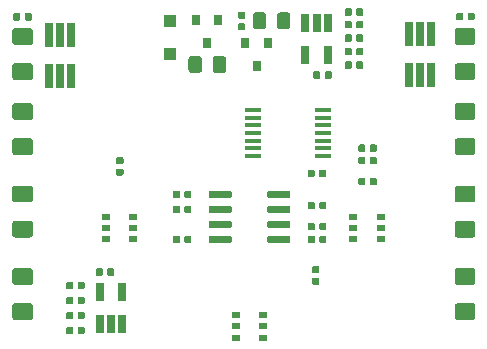
<source format=gbr>
G04 #@! TF.GenerationSoftware,KiCad,Pcbnew,5.1.5-52549c5~84~ubuntu18.04.1*
G04 #@! TF.CreationDate,2020-03-31T23:43:49+01:00*
G04 #@! TF.ProjectId,OverdrivePedal_RevB,4f766572-6472-4697-9665-506564616c5f,RevB*
G04 #@! TF.SameCoordinates,Original*
G04 #@! TF.FileFunction,Paste,Top*
G04 #@! TF.FilePolarity,Positive*
%FSLAX46Y46*%
G04 Gerber Fmt 4.6, Leading zero omitted, Abs format (unit mm)*
G04 Created by KiCad (PCBNEW 5.1.5-52549c5~84~ubuntu18.04.1) date 2020-03-31 23:43:49*
%MOMM*%
%LPD*%
G04 APERTURE LIST*
%ADD10C,0.100000*%
%ADD11R,0.650000X1.560000*%
%ADD12R,0.650000X2.000000*%
%ADD13R,0.800000X0.900000*%
%ADD14R,0.700000X0.510000*%
%ADD15R,1.450000X0.450000*%
%ADD16R,1.100000X1.100000*%
G04 APERTURE END LIST*
D10*
G36*
X142750905Y-85915204D02*
G01*
X142775173Y-85918804D01*
X142798972Y-85924765D01*
X142822071Y-85933030D01*
X142844250Y-85943520D01*
X142865293Y-85956132D01*
X142884999Y-85970747D01*
X142903177Y-85987223D01*
X142919653Y-86005401D01*
X142934268Y-86025107D01*
X142946880Y-86046150D01*
X142957370Y-86068329D01*
X142965635Y-86091428D01*
X142971596Y-86115227D01*
X142975196Y-86139495D01*
X142976400Y-86163999D01*
X142976400Y-87064001D01*
X142975196Y-87088505D01*
X142971596Y-87112773D01*
X142965635Y-87136572D01*
X142957370Y-87159671D01*
X142946880Y-87181850D01*
X142934268Y-87202893D01*
X142919653Y-87222599D01*
X142903177Y-87240777D01*
X142884999Y-87257253D01*
X142865293Y-87271868D01*
X142844250Y-87284480D01*
X142822071Y-87294970D01*
X142798972Y-87303235D01*
X142775173Y-87309196D01*
X142750905Y-87312796D01*
X142726401Y-87314000D01*
X142076399Y-87314000D01*
X142051895Y-87312796D01*
X142027627Y-87309196D01*
X142003828Y-87303235D01*
X141980729Y-87294970D01*
X141958550Y-87284480D01*
X141937507Y-87271868D01*
X141917801Y-87257253D01*
X141899623Y-87240777D01*
X141883147Y-87222599D01*
X141868532Y-87202893D01*
X141855920Y-87181850D01*
X141845430Y-87159671D01*
X141837165Y-87136572D01*
X141831204Y-87112773D01*
X141827604Y-87088505D01*
X141826400Y-87064001D01*
X141826400Y-86163999D01*
X141827604Y-86139495D01*
X141831204Y-86115227D01*
X141837165Y-86091428D01*
X141845430Y-86068329D01*
X141855920Y-86046150D01*
X141868532Y-86025107D01*
X141883147Y-86005401D01*
X141899623Y-85987223D01*
X141917801Y-85970747D01*
X141937507Y-85956132D01*
X141958550Y-85943520D01*
X141980729Y-85933030D01*
X142003828Y-85924765D01*
X142027627Y-85918804D01*
X142051895Y-85915204D01*
X142076399Y-85914000D01*
X142726401Y-85914000D01*
X142750905Y-85915204D01*
G37*
G36*
X140700905Y-85915204D02*
G01*
X140725173Y-85918804D01*
X140748972Y-85924765D01*
X140772071Y-85933030D01*
X140794250Y-85943520D01*
X140815293Y-85956132D01*
X140834999Y-85970747D01*
X140853177Y-85987223D01*
X140869653Y-86005401D01*
X140884268Y-86025107D01*
X140896880Y-86046150D01*
X140907370Y-86068329D01*
X140915635Y-86091428D01*
X140921596Y-86115227D01*
X140925196Y-86139495D01*
X140926400Y-86163999D01*
X140926400Y-87064001D01*
X140925196Y-87088505D01*
X140921596Y-87112773D01*
X140915635Y-87136572D01*
X140907370Y-87159671D01*
X140896880Y-87181850D01*
X140884268Y-87202893D01*
X140869653Y-87222599D01*
X140853177Y-87240777D01*
X140834999Y-87257253D01*
X140815293Y-87271868D01*
X140794250Y-87284480D01*
X140772071Y-87294970D01*
X140748972Y-87303235D01*
X140725173Y-87309196D01*
X140700905Y-87312796D01*
X140676401Y-87314000D01*
X140026399Y-87314000D01*
X140001895Y-87312796D01*
X139977627Y-87309196D01*
X139953828Y-87303235D01*
X139930729Y-87294970D01*
X139908550Y-87284480D01*
X139887507Y-87271868D01*
X139867801Y-87257253D01*
X139849623Y-87240777D01*
X139833147Y-87222599D01*
X139818532Y-87202893D01*
X139805920Y-87181850D01*
X139795430Y-87159671D01*
X139787165Y-87136572D01*
X139781204Y-87112773D01*
X139777604Y-87088505D01*
X139776400Y-87064001D01*
X139776400Y-86163999D01*
X139777604Y-86139495D01*
X139781204Y-86115227D01*
X139787165Y-86091428D01*
X139795430Y-86068329D01*
X139805920Y-86046150D01*
X139818532Y-86025107D01*
X139833147Y-86005401D01*
X139849623Y-85987223D01*
X139867801Y-85970747D01*
X139887507Y-85956132D01*
X139908550Y-85943520D01*
X139930729Y-85933030D01*
X139953828Y-85924765D01*
X139977627Y-85918804D01*
X140001895Y-85915204D01*
X140026399Y-85914000D01*
X140676401Y-85914000D01*
X140700905Y-85915204D01*
G37*
G36*
X146136505Y-82206804D02*
G01*
X146160773Y-82210404D01*
X146184572Y-82216365D01*
X146207671Y-82224630D01*
X146229850Y-82235120D01*
X146250893Y-82247732D01*
X146270599Y-82262347D01*
X146288777Y-82278823D01*
X146305253Y-82297001D01*
X146319868Y-82316707D01*
X146332480Y-82337750D01*
X146342970Y-82359929D01*
X146351235Y-82383028D01*
X146357196Y-82406827D01*
X146360796Y-82431095D01*
X146362000Y-82455599D01*
X146362000Y-83355601D01*
X146360796Y-83380105D01*
X146357196Y-83404373D01*
X146351235Y-83428172D01*
X146342970Y-83451271D01*
X146332480Y-83473450D01*
X146319868Y-83494493D01*
X146305253Y-83514199D01*
X146288777Y-83532377D01*
X146270599Y-83548853D01*
X146250893Y-83563468D01*
X146229850Y-83576080D01*
X146207671Y-83586570D01*
X146184572Y-83594835D01*
X146160773Y-83600796D01*
X146136505Y-83604396D01*
X146112001Y-83605600D01*
X145461999Y-83605600D01*
X145437495Y-83604396D01*
X145413227Y-83600796D01*
X145389428Y-83594835D01*
X145366329Y-83586570D01*
X145344150Y-83576080D01*
X145323107Y-83563468D01*
X145303401Y-83548853D01*
X145285223Y-83532377D01*
X145268747Y-83514199D01*
X145254132Y-83494493D01*
X145241520Y-83473450D01*
X145231030Y-83451271D01*
X145222765Y-83428172D01*
X145216804Y-83404373D01*
X145213204Y-83380105D01*
X145212000Y-83355601D01*
X145212000Y-82455599D01*
X145213204Y-82431095D01*
X145216804Y-82406827D01*
X145222765Y-82383028D01*
X145231030Y-82359929D01*
X145241520Y-82337750D01*
X145254132Y-82316707D01*
X145268747Y-82297001D01*
X145285223Y-82278823D01*
X145303401Y-82262347D01*
X145323107Y-82247732D01*
X145344150Y-82235120D01*
X145366329Y-82224630D01*
X145389428Y-82216365D01*
X145413227Y-82210404D01*
X145437495Y-82206804D01*
X145461999Y-82205600D01*
X146112001Y-82205600D01*
X146136505Y-82206804D01*
G37*
G36*
X148186505Y-82206804D02*
G01*
X148210773Y-82210404D01*
X148234572Y-82216365D01*
X148257671Y-82224630D01*
X148279850Y-82235120D01*
X148300893Y-82247732D01*
X148320599Y-82262347D01*
X148338777Y-82278823D01*
X148355253Y-82297001D01*
X148369868Y-82316707D01*
X148382480Y-82337750D01*
X148392970Y-82359929D01*
X148401235Y-82383028D01*
X148407196Y-82406827D01*
X148410796Y-82431095D01*
X148412000Y-82455599D01*
X148412000Y-83355601D01*
X148410796Y-83380105D01*
X148407196Y-83404373D01*
X148401235Y-83428172D01*
X148392970Y-83451271D01*
X148382480Y-83473450D01*
X148369868Y-83494493D01*
X148355253Y-83514199D01*
X148338777Y-83532377D01*
X148320599Y-83548853D01*
X148300893Y-83563468D01*
X148279850Y-83576080D01*
X148257671Y-83586570D01*
X148234572Y-83594835D01*
X148210773Y-83600796D01*
X148186505Y-83604396D01*
X148162001Y-83605600D01*
X147511999Y-83605600D01*
X147487495Y-83604396D01*
X147463227Y-83600796D01*
X147439428Y-83594835D01*
X147416329Y-83586570D01*
X147394150Y-83576080D01*
X147373107Y-83563468D01*
X147353401Y-83548853D01*
X147335223Y-83532377D01*
X147318747Y-83514199D01*
X147304132Y-83494493D01*
X147291520Y-83473450D01*
X147281030Y-83451271D01*
X147272765Y-83428172D01*
X147266804Y-83404373D01*
X147263204Y-83380105D01*
X147262000Y-83355601D01*
X147262000Y-82455599D01*
X147263204Y-82431095D01*
X147266804Y-82406827D01*
X147272765Y-82383028D01*
X147281030Y-82359929D01*
X147291520Y-82337750D01*
X147304132Y-82316707D01*
X147318747Y-82297001D01*
X147335223Y-82278823D01*
X147353401Y-82262347D01*
X147373107Y-82247732D01*
X147394150Y-82235120D01*
X147416329Y-82224630D01*
X147439428Y-82216365D01*
X147463227Y-82210404D01*
X147487495Y-82206804D01*
X147511999Y-82205600D01*
X148162001Y-82205600D01*
X148186505Y-82206804D01*
G37*
D11*
X132273000Y-105888800D03*
X134173000Y-105888800D03*
X134173000Y-108588800D03*
X133223000Y-108588800D03*
X132273000Y-108588800D03*
D10*
G36*
X129877358Y-106284510D02*
G01*
X129891676Y-106286634D01*
X129905717Y-106290151D01*
X129919346Y-106295028D01*
X129932431Y-106301217D01*
X129944847Y-106308658D01*
X129956473Y-106317281D01*
X129967198Y-106327002D01*
X129976919Y-106337727D01*
X129985542Y-106349353D01*
X129992983Y-106361769D01*
X129999172Y-106374854D01*
X130004049Y-106388483D01*
X130007566Y-106402524D01*
X130009690Y-106416842D01*
X130010400Y-106431300D01*
X130010400Y-106776300D01*
X130009690Y-106790758D01*
X130007566Y-106805076D01*
X130004049Y-106819117D01*
X129999172Y-106832746D01*
X129992983Y-106845831D01*
X129985542Y-106858247D01*
X129976919Y-106869873D01*
X129967198Y-106880598D01*
X129956473Y-106890319D01*
X129944847Y-106898942D01*
X129932431Y-106906383D01*
X129919346Y-106912572D01*
X129905717Y-106917449D01*
X129891676Y-106920966D01*
X129877358Y-106923090D01*
X129862900Y-106923800D01*
X129567900Y-106923800D01*
X129553442Y-106923090D01*
X129539124Y-106920966D01*
X129525083Y-106917449D01*
X129511454Y-106912572D01*
X129498369Y-106906383D01*
X129485953Y-106898942D01*
X129474327Y-106890319D01*
X129463602Y-106880598D01*
X129453881Y-106869873D01*
X129445258Y-106858247D01*
X129437817Y-106845831D01*
X129431628Y-106832746D01*
X129426751Y-106819117D01*
X129423234Y-106805076D01*
X129421110Y-106790758D01*
X129420400Y-106776300D01*
X129420400Y-106431300D01*
X129421110Y-106416842D01*
X129423234Y-106402524D01*
X129426751Y-106388483D01*
X129431628Y-106374854D01*
X129437817Y-106361769D01*
X129445258Y-106349353D01*
X129453881Y-106337727D01*
X129463602Y-106327002D01*
X129474327Y-106317281D01*
X129485953Y-106308658D01*
X129498369Y-106301217D01*
X129511454Y-106295028D01*
X129525083Y-106290151D01*
X129539124Y-106286634D01*
X129553442Y-106284510D01*
X129567900Y-106283800D01*
X129862900Y-106283800D01*
X129877358Y-106284510D01*
G37*
G36*
X130847358Y-106284510D02*
G01*
X130861676Y-106286634D01*
X130875717Y-106290151D01*
X130889346Y-106295028D01*
X130902431Y-106301217D01*
X130914847Y-106308658D01*
X130926473Y-106317281D01*
X130937198Y-106327002D01*
X130946919Y-106337727D01*
X130955542Y-106349353D01*
X130962983Y-106361769D01*
X130969172Y-106374854D01*
X130974049Y-106388483D01*
X130977566Y-106402524D01*
X130979690Y-106416842D01*
X130980400Y-106431300D01*
X130980400Y-106776300D01*
X130979690Y-106790758D01*
X130977566Y-106805076D01*
X130974049Y-106819117D01*
X130969172Y-106832746D01*
X130962983Y-106845831D01*
X130955542Y-106858247D01*
X130946919Y-106869873D01*
X130937198Y-106880598D01*
X130926473Y-106890319D01*
X130914847Y-106898942D01*
X130902431Y-106906383D01*
X130889346Y-106912572D01*
X130875717Y-106917449D01*
X130861676Y-106920966D01*
X130847358Y-106923090D01*
X130832900Y-106923800D01*
X130537900Y-106923800D01*
X130523442Y-106923090D01*
X130509124Y-106920966D01*
X130495083Y-106917449D01*
X130481454Y-106912572D01*
X130468369Y-106906383D01*
X130455953Y-106898942D01*
X130444327Y-106890319D01*
X130433602Y-106880598D01*
X130423881Y-106869873D01*
X130415258Y-106858247D01*
X130407817Y-106845831D01*
X130401628Y-106832746D01*
X130396751Y-106819117D01*
X130393234Y-106805076D01*
X130391110Y-106790758D01*
X130390400Y-106776300D01*
X130390400Y-106431300D01*
X130391110Y-106416842D01*
X130393234Y-106402524D01*
X130396751Y-106388483D01*
X130401628Y-106374854D01*
X130407817Y-106361769D01*
X130415258Y-106349353D01*
X130423881Y-106337727D01*
X130433602Y-106327002D01*
X130444327Y-106317281D01*
X130455953Y-106308658D01*
X130468369Y-106301217D01*
X130481454Y-106295028D01*
X130495083Y-106290151D01*
X130509124Y-106286634D01*
X130523442Y-106284510D01*
X130537900Y-106283800D01*
X130832900Y-106283800D01*
X130847358Y-106284510D01*
G37*
G36*
X130847358Y-105014510D02*
G01*
X130861676Y-105016634D01*
X130875717Y-105020151D01*
X130889346Y-105025028D01*
X130902431Y-105031217D01*
X130914847Y-105038658D01*
X130926473Y-105047281D01*
X130937198Y-105057002D01*
X130946919Y-105067727D01*
X130955542Y-105079353D01*
X130962983Y-105091769D01*
X130969172Y-105104854D01*
X130974049Y-105118483D01*
X130977566Y-105132524D01*
X130979690Y-105146842D01*
X130980400Y-105161300D01*
X130980400Y-105506300D01*
X130979690Y-105520758D01*
X130977566Y-105535076D01*
X130974049Y-105549117D01*
X130969172Y-105562746D01*
X130962983Y-105575831D01*
X130955542Y-105588247D01*
X130946919Y-105599873D01*
X130937198Y-105610598D01*
X130926473Y-105620319D01*
X130914847Y-105628942D01*
X130902431Y-105636383D01*
X130889346Y-105642572D01*
X130875717Y-105647449D01*
X130861676Y-105650966D01*
X130847358Y-105653090D01*
X130832900Y-105653800D01*
X130537900Y-105653800D01*
X130523442Y-105653090D01*
X130509124Y-105650966D01*
X130495083Y-105647449D01*
X130481454Y-105642572D01*
X130468369Y-105636383D01*
X130455953Y-105628942D01*
X130444327Y-105620319D01*
X130433602Y-105610598D01*
X130423881Y-105599873D01*
X130415258Y-105588247D01*
X130407817Y-105575831D01*
X130401628Y-105562746D01*
X130396751Y-105549117D01*
X130393234Y-105535076D01*
X130391110Y-105520758D01*
X130390400Y-105506300D01*
X130390400Y-105161300D01*
X130391110Y-105146842D01*
X130393234Y-105132524D01*
X130396751Y-105118483D01*
X130401628Y-105104854D01*
X130407817Y-105091769D01*
X130415258Y-105079353D01*
X130423881Y-105067727D01*
X130433602Y-105057002D01*
X130444327Y-105047281D01*
X130455953Y-105038658D01*
X130468369Y-105031217D01*
X130481454Y-105025028D01*
X130495083Y-105020151D01*
X130509124Y-105016634D01*
X130523442Y-105014510D01*
X130537900Y-105013800D01*
X130832900Y-105013800D01*
X130847358Y-105014510D01*
G37*
G36*
X129877358Y-105014510D02*
G01*
X129891676Y-105016634D01*
X129905717Y-105020151D01*
X129919346Y-105025028D01*
X129932431Y-105031217D01*
X129944847Y-105038658D01*
X129956473Y-105047281D01*
X129967198Y-105057002D01*
X129976919Y-105067727D01*
X129985542Y-105079353D01*
X129992983Y-105091769D01*
X129999172Y-105104854D01*
X130004049Y-105118483D01*
X130007566Y-105132524D01*
X130009690Y-105146842D01*
X130010400Y-105161300D01*
X130010400Y-105506300D01*
X130009690Y-105520758D01*
X130007566Y-105535076D01*
X130004049Y-105549117D01*
X129999172Y-105562746D01*
X129992983Y-105575831D01*
X129985542Y-105588247D01*
X129976919Y-105599873D01*
X129967198Y-105610598D01*
X129956473Y-105620319D01*
X129944847Y-105628942D01*
X129932431Y-105636383D01*
X129919346Y-105642572D01*
X129905717Y-105647449D01*
X129891676Y-105650966D01*
X129877358Y-105653090D01*
X129862900Y-105653800D01*
X129567900Y-105653800D01*
X129553442Y-105653090D01*
X129539124Y-105650966D01*
X129525083Y-105647449D01*
X129511454Y-105642572D01*
X129498369Y-105636383D01*
X129485953Y-105628942D01*
X129474327Y-105620319D01*
X129463602Y-105610598D01*
X129453881Y-105599873D01*
X129445258Y-105588247D01*
X129437817Y-105575831D01*
X129431628Y-105562746D01*
X129426751Y-105549117D01*
X129423234Y-105535076D01*
X129421110Y-105520758D01*
X129420400Y-105506300D01*
X129420400Y-105161300D01*
X129421110Y-105146842D01*
X129423234Y-105132524D01*
X129426751Y-105118483D01*
X129431628Y-105104854D01*
X129437817Y-105091769D01*
X129445258Y-105079353D01*
X129453881Y-105067727D01*
X129463602Y-105057002D01*
X129474327Y-105047281D01*
X129485953Y-105038658D01*
X129498369Y-105031217D01*
X129511454Y-105025028D01*
X129525083Y-105020151D01*
X129539124Y-105016634D01*
X129553442Y-105014510D01*
X129567900Y-105013800D01*
X129862900Y-105013800D01*
X129877358Y-105014510D01*
G37*
G36*
X129877358Y-107554510D02*
G01*
X129891676Y-107556634D01*
X129905717Y-107560151D01*
X129919346Y-107565028D01*
X129932431Y-107571217D01*
X129944847Y-107578658D01*
X129956473Y-107587281D01*
X129967198Y-107597002D01*
X129976919Y-107607727D01*
X129985542Y-107619353D01*
X129992983Y-107631769D01*
X129999172Y-107644854D01*
X130004049Y-107658483D01*
X130007566Y-107672524D01*
X130009690Y-107686842D01*
X130010400Y-107701300D01*
X130010400Y-108046300D01*
X130009690Y-108060758D01*
X130007566Y-108075076D01*
X130004049Y-108089117D01*
X129999172Y-108102746D01*
X129992983Y-108115831D01*
X129985542Y-108128247D01*
X129976919Y-108139873D01*
X129967198Y-108150598D01*
X129956473Y-108160319D01*
X129944847Y-108168942D01*
X129932431Y-108176383D01*
X129919346Y-108182572D01*
X129905717Y-108187449D01*
X129891676Y-108190966D01*
X129877358Y-108193090D01*
X129862900Y-108193800D01*
X129567900Y-108193800D01*
X129553442Y-108193090D01*
X129539124Y-108190966D01*
X129525083Y-108187449D01*
X129511454Y-108182572D01*
X129498369Y-108176383D01*
X129485953Y-108168942D01*
X129474327Y-108160319D01*
X129463602Y-108150598D01*
X129453881Y-108139873D01*
X129445258Y-108128247D01*
X129437817Y-108115831D01*
X129431628Y-108102746D01*
X129426751Y-108089117D01*
X129423234Y-108075076D01*
X129421110Y-108060758D01*
X129420400Y-108046300D01*
X129420400Y-107701300D01*
X129421110Y-107686842D01*
X129423234Y-107672524D01*
X129426751Y-107658483D01*
X129431628Y-107644854D01*
X129437817Y-107631769D01*
X129445258Y-107619353D01*
X129453881Y-107607727D01*
X129463602Y-107597002D01*
X129474327Y-107587281D01*
X129485953Y-107578658D01*
X129498369Y-107571217D01*
X129511454Y-107565028D01*
X129525083Y-107560151D01*
X129539124Y-107556634D01*
X129553442Y-107554510D01*
X129567900Y-107553800D01*
X129862900Y-107553800D01*
X129877358Y-107554510D01*
G37*
G36*
X130847358Y-107554510D02*
G01*
X130861676Y-107556634D01*
X130875717Y-107560151D01*
X130889346Y-107565028D01*
X130902431Y-107571217D01*
X130914847Y-107578658D01*
X130926473Y-107587281D01*
X130937198Y-107597002D01*
X130946919Y-107607727D01*
X130955542Y-107619353D01*
X130962983Y-107631769D01*
X130969172Y-107644854D01*
X130974049Y-107658483D01*
X130977566Y-107672524D01*
X130979690Y-107686842D01*
X130980400Y-107701300D01*
X130980400Y-108046300D01*
X130979690Y-108060758D01*
X130977566Y-108075076D01*
X130974049Y-108089117D01*
X130969172Y-108102746D01*
X130962983Y-108115831D01*
X130955542Y-108128247D01*
X130946919Y-108139873D01*
X130937198Y-108150598D01*
X130926473Y-108160319D01*
X130914847Y-108168942D01*
X130902431Y-108176383D01*
X130889346Y-108182572D01*
X130875717Y-108187449D01*
X130861676Y-108190966D01*
X130847358Y-108193090D01*
X130832900Y-108193800D01*
X130537900Y-108193800D01*
X130523442Y-108193090D01*
X130509124Y-108190966D01*
X130495083Y-108187449D01*
X130481454Y-108182572D01*
X130468369Y-108176383D01*
X130455953Y-108168942D01*
X130444327Y-108160319D01*
X130433602Y-108150598D01*
X130423881Y-108139873D01*
X130415258Y-108128247D01*
X130407817Y-108115831D01*
X130401628Y-108102746D01*
X130396751Y-108089117D01*
X130393234Y-108075076D01*
X130391110Y-108060758D01*
X130390400Y-108046300D01*
X130390400Y-107701300D01*
X130391110Y-107686842D01*
X130393234Y-107672524D01*
X130396751Y-107658483D01*
X130401628Y-107644854D01*
X130407817Y-107631769D01*
X130415258Y-107619353D01*
X130423881Y-107607727D01*
X130433602Y-107597002D01*
X130444327Y-107587281D01*
X130455953Y-107578658D01*
X130468369Y-107571217D01*
X130481454Y-107565028D01*
X130495083Y-107560151D01*
X130509124Y-107556634D01*
X130523442Y-107554510D01*
X130537900Y-107553800D01*
X130832900Y-107553800D01*
X130847358Y-107554510D01*
G37*
G36*
X132391958Y-103871510D02*
G01*
X132406276Y-103873634D01*
X132420317Y-103877151D01*
X132433946Y-103882028D01*
X132447031Y-103888217D01*
X132459447Y-103895658D01*
X132471073Y-103904281D01*
X132481798Y-103914002D01*
X132491519Y-103924727D01*
X132500142Y-103936353D01*
X132507583Y-103948769D01*
X132513772Y-103961854D01*
X132518649Y-103975483D01*
X132522166Y-103989524D01*
X132524290Y-104003842D01*
X132525000Y-104018300D01*
X132525000Y-104363300D01*
X132524290Y-104377758D01*
X132522166Y-104392076D01*
X132518649Y-104406117D01*
X132513772Y-104419746D01*
X132507583Y-104432831D01*
X132500142Y-104445247D01*
X132491519Y-104456873D01*
X132481798Y-104467598D01*
X132471073Y-104477319D01*
X132459447Y-104485942D01*
X132447031Y-104493383D01*
X132433946Y-104499572D01*
X132420317Y-104504449D01*
X132406276Y-104507966D01*
X132391958Y-104510090D01*
X132377500Y-104510800D01*
X132082500Y-104510800D01*
X132068042Y-104510090D01*
X132053724Y-104507966D01*
X132039683Y-104504449D01*
X132026054Y-104499572D01*
X132012969Y-104493383D01*
X132000553Y-104485942D01*
X131988927Y-104477319D01*
X131978202Y-104467598D01*
X131968481Y-104456873D01*
X131959858Y-104445247D01*
X131952417Y-104432831D01*
X131946228Y-104419746D01*
X131941351Y-104406117D01*
X131937834Y-104392076D01*
X131935710Y-104377758D01*
X131935000Y-104363300D01*
X131935000Y-104018300D01*
X131935710Y-104003842D01*
X131937834Y-103989524D01*
X131941351Y-103975483D01*
X131946228Y-103961854D01*
X131952417Y-103948769D01*
X131959858Y-103936353D01*
X131968481Y-103924727D01*
X131978202Y-103914002D01*
X131988927Y-103904281D01*
X132000553Y-103895658D01*
X132012969Y-103888217D01*
X132026054Y-103882028D01*
X132039683Y-103877151D01*
X132053724Y-103873634D01*
X132068042Y-103871510D01*
X132082500Y-103870800D01*
X132377500Y-103870800D01*
X132391958Y-103871510D01*
G37*
G36*
X133361958Y-103871510D02*
G01*
X133376276Y-103873634D01*
X133390317Y-103877151D01*
X133403946Y-103882028D01*
X133417031Y-103888217D01*
X133429447Y-103895658D01*
X133441073Y-103904281D01*
X133451798Y-103914002D01*
X133461519Y-103924727D01*
X133470142Y-103936353D01*
X133477583Y-103948769D01*
X133483772Y-103961854D01*
X133488649Y-103975483D01*
X133492166Y-103989524D01*
X133494290Y-104003842D01*
X133495000Y-104018300D01*
X133495000Y-104363300D01*
X133494290Y-104377758D01*
X133492166Y-104392076D01*
X133488649Y-104406117D01*
X133483772Y-104419746D01*
X133477583Y-104432831D01*
X133470142Y-104445247D01*
X133461519Y-104456873D01*
X133451798Y-104467598D01*
X133441073Y-104477319D01*
X133429447Y-104485942D01*
X133417031Y-104493383D01*
X133403946Y-104499572D01*
X133390317Y-104504449D01*
X133376276Y-104507966D01*
X133361958Y-104510090D01*
X133347500Y-104510800D01*
X133052500Y-104510800D01*
X133038042Y-104510090D01*
X133023724Y-104507966D01*
X133009683Y-104504449D01*
X132996054Y-104499572D01*
X132982969Y-104493383D01*
X132970553Y-104485942D01*
X132958927Y-104477319D01*
X132948202Y-104467598D01*
X132938481Y-104456873D01*
X132929858Y-104445247D01*
X132922417Y-104432831D01*
X132916228Y-104419746D01*
X132911351Y-104406117D01*
X132907834Y-104392076D01*
X132905710Y-104377758D01*
X132905000Y-104363300D01*
X132905000Y-104018300D01*
X132905710Y-104003842D01*
X132907834Y-103989524D01*
X132911351Y-103975483D01*
X132916228Y-103961854D01*
X132922417Y-103948769D01*
X132929858Y-103936353D01*
X132938481Y-103924727D01*
X132948202Y-103914002D01*
X132958927Y-103904281D01*
X132970553Y-103895658D01*
X132982969Y-103888217D01*
X132996054Y-103882028D01*
X133009683Y-103877151D01*
X133023724Y-103873634D01*
X133038042Y-103871510D01*
X133052500Y-103870800D01*
X133347500Y-103870800D01*
X133361958Y-103871510D01*
G37*
G36*
X129877358Y-108824510D02*
G01*
X129891676Y-108826634D01*
X129905717Y-108830151D01*
X129919346Y-108835028D01*
X129932431Y-108841217D01*
X129944847Y-108848658D01*
X129956473Y-108857281D01*
X129967198Y-108867002D01*
X129976919Y-108877727D01*
X129985542Y-108889353D01*
X129992983Y-108901769D01*
X129999172Y-108914854D01*
X130004049Y-108928483D01*
X130007566Y-108942524D01*
X130009690Y-108956842D01*
X130010400Y-108971300D01*
X130010400Y-109316300D01*
X130009690Y-109330758D01*
X130007566Y-109345076D01*
X130004049Y-109359117D01*
X129999172Y-109372746D01*
X129992983Y-109385831D01*
X129985542Y-109398247D01*
X129976919Y-109409873D01*
X129967198Y-109420598D01*
X129956473Y-109430319D01*
X129944847Y-109438942D01*
X129932431Y-109446383D01*
X129919346Y-109452572D01*
X129905717Y-109457449D01*
X129891676Y-109460966D01*
X129877358Y-109463090D01*
X129862900Y-109463800D01*
X129567900Y-109463800D01*
X129553442Y-109463090D01*
X129539124Y-109460966D01*
X129525083Y-109457449D01*
X129511454Y-109452572D01*
X129498369Y-109446383D01*
X129485953Y-109438942D01*
X129474327Y-109430319D01*
X129463602Y-109420598D01*
X129453881Y-109409873D01*
X129445258Y-109398247D01*
X129437817Y-109385831D01*
X129431628Y-109372746D01*
X129426751Y-109359117D01*
X129423234Y-109345076D01*
X129421110Y-109330758D01*
X129420400Y-109316300D01*
X129420400Y-108971300D01*
X129421110Y-108956842D01*
X129423234Y-108942524D01*
X129426751Y-108928483D01*
X129431628Y-108914854D01*
X129437817Y-108901769D01*
X129445258Y-108889353D01*
X129453881Y-108877727D01*
X129463602Y-108867002D01*
X129474327Y-108857281D01*
X129485953Y-108848658D01*
X129498369Y-108841217D01*
X129511454Y-108835028D01*
X129525083Y-108830151D01*
X129539124Y-108826634D01*
X129553442Y-108824510D01*
X129567900Y-108823800D01*
X129862900Y-108823800D01*
X129877358Y-108824510D01*
G37*
G36*
X130847358Y-108824510D02*
G01*
X130861676Y-108826634D01*
X130875717Y-108830151D01*
X130889346Y-108835028D01*
X130902431Y-108841217D01*
X130914847Y-108848658D01*
X130926473Y-108857281D01*
X130937198Y-108867002D01*
X130946919Y-108877727D01*
X130955542Y-108889353D01*
X130962983Y-108901769D01*
X130969172Y-108914854D01*
X130974049Y-108928483D01*
X130977566Y-108942524D01*
X130979690Y-108956842D01*
X130980400Y-108971300D01*
X130980400Y-109316300D01*
X130979690Y-109330758D01*
X130977566Y-109345076D01*
X130974049Y-109359117D01*
X130969172Y-109372746D01*
X130962983Y-109385831D01*
X130955542Y-109398247D01*
X130946919Y-109409873D01*
X130937198Y-109420598D01*
X130926473Y-109430319D01*
X130914847Y-109438942D01*
X130902431Y-109446383D01*
X130889346Y-109452572D01*
X130875717Y-109457449D01*
X130861676Y-109460966D01*
X130847358Y-109463090D01*
X130832900Y-109463800D01*
X130537900Y-109463800D01*
X130523442Y-109463090D01*
X130509124Y-109460966D01*
X130495083Y-109457449D01*
X130481454Y-109452572D01*
X130468369Y-109446383D01*
X130455953Y-109438942D01*
X130444327Y-109430319D01*
X130433602Y-109420598D01*
X130423881Y-109409873D01*
X130415258Y-109398247D01*
X130407817Y-109385831D01*
X130401628Y-109372746D01*
X130396751Y-109359117D01*
X130393234Y-109345076D01*
X130391110Y-109330758D01*
X130390400Y-109316300D01*
X130390400Y-108971300D01*
X130391110Y-108956842D01*
X130393234Y-108942524D01*
X130396751Y-108928483D01*
X130401628Y-108914854D01*
X130407817Y-108901769D01*
X130415258Y-108889353D01*
X130423881Y-108877727D01*
X130433602Y-108867002D01*
X130444327Y-108857281D01*
X130455953Y-108848658D01*
X130468369Y-108841217D01*
X130481454Y-108835028D01*
X130495083Y-108830151D01*
X130509124Y-108826634D01*
X130523442Y-108824510D01*
X130537900Y-108823800D01*
X130832900Y-108823800D01*
X130847358Y-108824510D01*
G37*
D11*
X151572000Y-85805000D03*
X149672000Y-85805000D03*
X149672000Y-83105000D03*
X150622000Y-83105000D03*
X151572000Y-83105000D03*
D10*
G36*
X154616958Y-93381310D02*
G01*
X154631276Y-93383434D01*
X154645317Y-93386951D01*
X154658946Y-93391828D01*
X154672031Y-93398017D01*
X154684447Y-93405458D01*
X154696073Y-93414081D01*
X154706798Y-93423802D01*
X154716519Y-93434527D01*
X154725142Y-93446153D01*
X154732583Y-93458569D01*
X154738772Y-93471654D01*
X154743649Y-93485283D01*
X154747166Y-93499324D01*
X154749290Y-93513642D01*
X154750000Y-93528100D01*
X154750000Y-93873100D01*
X154749290Y-93887558D01*
X154747166Y-93901876D01*
X154743649Y-93915917D01*
X154738772Y-93929546D01*
X154732583Y-93942631D01*
X154725142Y-93955047D01*
X154716519Y-93966673D01*
X154706798Y-93977398D01*
X154696073Y-93987119D01*
X154684447Y-93995742D01*
X154672031Y-94003183D01*
X154658946Y-94009372D01*
X154645317Y-94014249D01*
X154631276Y-94017766D01*
X154616958Y-94019890D01*
X154602500Y-94020600D01*
X154307500Y-94020600D01*
X154293042Y-94019890D01*
X154278724Y-94017766D01*
X154264683Y-94014249D01*
X154251054Y-94009372D01*
X154237969Y-94003183D01*
X154225553Y-93995742D01*
X154213927Y-93987119D01*
X154203202Y-93977398D01*
X154193481Y-93966673D01*
X154184858Y-93955047D01*
X154177417Y-93942631D01*
X154171228Y-93929546D01*
X154166351Y-93915917D01*
X154162834Y-93901876D01*
X154160710Y-93887558D01*
X154160000Y-93873100D01*
X154160000Y-93528100D01*
X154160710Y-93513642D01*
X154162834Y-93499324D01*
X154166351Y-93485283D01*
X154171228Y-93471654D01*
X154177417Y-93458569D01*
X154184858Y-93446153D01*
X154193481Y-93434527D01*
X154203202Y-93423802D01*
X154213927Y-93414081D01*
X154225553Y-93405458D01*
X154237969Y-93398017D01*
X154251054Y-93391828D01*
X154264683Y-93386951D01*
X154278724Y-93383434D01*
X154293042Y-93381310D01*
X154307500Y-93380600D01*
X154602500Y-93380600D01*
X154616958Y-93381310D01*
G37*
G36*
X155586958Y-93381310D02*
G01*
X155601276Y-93383434D01*
X155615317Y-93386951D01*
X155628946Y-93391828D01*
X155642031Y-93398017D01*
X155654447Y-93405458D01*
X155666073Y-93414081D01*
X155676798Y-93423802D01*
X155686519Y-93434527D01*
X155695142Y-93446153D01*
X155702583Y-93458569D01*
X155708772Y-93471654D01*
X155713649Y-93485283D01*
X155717166Y-93499324D01*
X155719290Y-93513642D01*
X155720000Y-93528100D01*
X155720000Y-93873100D01*
X155719290Y-93887558D01*
X155717166Y-93901876D01*
X155713649Y-93915917D01*
X155708772Y-93929546D01*
X155702583Y-93942631D01*
X155695142Y-93955047D01*
X155686519Y-93966673D01*
X155676798Y-93977398D01*
X155666073Y-93987119D01*
X155654447Y-93995742D01*
X155642031Y-94003183D01*
X155628946Y-94009372D01*
X155615317Y-94014249D01*
X155601276Y-94017766D01*
X155586958Y-94019890D01*
X155572500Y-94020600D01*
X155277500Y-94020600D01*
X155263042Y-94019890D01*
X155248724Y-94017766D01*
X155234683Y-94014249D01*
X155221054Y-94009372D01*
X155207969Y-94003183D01*
X155195553Y-93995742D01*
X155183927Y-93987119D01*
X155173202Y-93977398D01*
X155163481Y-93966673D01*
X155154858Y-93955047D01*
X155147417Y-93942631D01*
X155141228Y-93929546D01*
X155136351Y-93915917D01*
X155132834Y-93901876D01*
X155130710Y-93887558D01*
X155130000Y-93873100D01*
X155130000Y-93528100D01*
X155130710Y-93513642D01*
X155132834Y-93499324D01*
X155136351Y-93485283D01*
X155141228Y-93471654D01*
X155147417Y-93458569D01*
X155154858Y-93446153D01*
X155163481Y-93434527D01*
X155173202Y-93423802D01*
X155183927Y-93414081D01*
X155195553Y-93405458D01*
X155207969Y-93398017D01*
X155221054Y-93391828D01*
X155234683Y-93386951D01*
X155248724Y-93383434D01*
X155263042Y-93381310D01*
X155277500Y-93380600D01*
X155572500Y-93380600D01*
X155586958Y-93381310D01*
G37*
D12*
X129855000Y-87562000D03*
X128905000Y-87562000D03*
X127955000Y-87562000D03*
X127955000Y-84142000D03*
X128905000Y-84142000D03*
X129855000Y-84142000D03*
X160335000Y-87485800D03*
X159385000Y-87485800D03*
X158435000Y-87485800D03*
X158435000Y-84065800D03*
X159385000Y-84065800D03*
X160335000Y-84065800D03*
D13*
X141351000Y-84820000D03*
X140401000Y-82820000D03*
X142301000Y-82820000D03*
X145542000Y-86750400D03*
X144592000Y-84750400D03*
X146492000Y-84750400D03*
D14*
X132799600Y-101419700D03*
X132799600Y-100469700D03*
X132799600Y-99519700D03*
X135119600Y-99519700D03*
X135119600Y-100469700D03*
X135119600Y-101419700D03*
D15*
X145233600Y-94355200D03*
X145233600Y-93705200D03*
X145233600Y-93055200D03*
X145233600Y-92405200D03*
X145233600Y-91755200D03*
X145233600Y-91105200D03*
X145233600Y-90455200D03*
X151133600Y-90455200D03*
X151133600Y-91105200D03*
X151133600Y-91755200D03*
X151133600Y-92405200D03*
X151133600Y-93055200D03*
X151133600Y-93705200D03*
X151133600Y-94355200D03*
D14*
X143797800Y-109738200D03*
X143797800Y-108788200D03*
X143797800Y-107838200D03*
X146117800Y-107838200D03*
X146117800Y-108788200D03*
X146117800Y-109738200D03*
D10*
G36*
X143322503Y-101122922D02*
G01*
X143337064Y-101125082D01*
X143351343Y-101128659D01*
X143365203Y-101133618D01*
X143378510Y-101139912D01*
X143391136Y-101147480D01*
X143402959Y-101156248D01*
X143413866Y-101166134D01*
X143423752Y-101177041D01*
X143432520Y-101188864D01*
X143440088Y-101201490D01*
X143446382Y-101214797D01*
X143451341Y-101228657D01*
X143454918Y-101242936D01*
X143457078Y-101257497D01*
X143457800Y-101272200D01*
X143457800Y-101572200D01*
X143457078Y-101586903D01*
X143454918Y-101601464D01*
X143451341Y-101615743D01*
X143446382Y-101629603D01*
X143440088Y-101642910D01*
X143432520Y-101655536D01*
X143423752Y-101667359D01*
X143413866Y-101678266D01*
X143402959Y-101688152D01*
X143391136Y-101696920D01*
X143378510Y-101704488D01*
X143365203Y-101710782D01*
X143351343Y-101715741D01*
X143337064Y-101719318D01*
X143322503Y-101721478D01*
X143307800Y-101722200D01*
X141657800Y-101722200D01*
X141643097Y-101721478D01*
X141628536Y-101719318D01*
X141614257Y-101715741D01*
X141600397Y-101710782D01*
X141587090Y-101704488D01*
X141574464Y-101696920D01*
X141562641Y-101688152D01*
X141551734Y-101678266D01*
X141541848Y-101667359D01*
X141533080Y-101655536D01*
X141525512Y-101642910D01*
X141519218Y-101629603D01*
X141514259Y-101615743D01*
X141510682Y-101601464D01*
X141508522Y-101586903D01*
X141507800Y-101572200D01*
X141507800Y-101272200D01*
X141508522Y-101257497D01*
X141510682Y-101242936D01*
X141514259Y-101228657D01*
X141519218Y-101214797D01*
X141525512Y-101201490D01*
X141533080Y-101188864D01*
X141541848Y-101177041D01*
X141551734Y-101166134D01*
X141562641Y-101156248D01*
X141574464Y-101147480D01*
X141587090Y-101139912D01*
X141600397Y-101133618D01*
X141614257Y-101128659D01*
X141628536Y-101125082D01*
X141643097Y-101122922D01*
X141657800Y-101122200D01*
X143307800Y-101122200D01*
X143322503Y-101122922D01*
G37*
G36*
X143322503Y-99852922D02*
G01*
X143337064Y-99855082D01*
X143351343Y-99858659D01*
X143365203Y-99863618D01*
X143378510Y-99869912D01*
X143391136Y-99877480D01*
X143402959Y-99886248D01*
X143413866Y-99896134D01*
X143423752Y-99907041D01*
X143432520Y-99918864D01*
X143440088Y-99931490D01*
X143446382Y-99944797D01*
X143451341Y-99958657D01*
X143454918Y-99972936D01*
X143457078Y-99987497D01*
X143457800Y-100002200D01*
X143457800Y-100302200D01*
X143457078Y-100316903D01*
X143454918Y-100331464D01*
X143451341Y-100345743D01*
X143446382Y-100359603D01*
X143440088Y-100372910D01*
X143432520Y-100385536D01*
X143423752Y-100397359D01*
X143413866Y-100408266D01*
X143402959Y-100418152D01*
X143391136Y-100426920D01*
X143378510Y-100434488D01*
X143365203Y-100440782D01*
X143351343Y-100445741D01*
X143337064Y-100449318D01*
X143322503Y-100451478D01*
X143307800Y-100452200D01*
X141657800Y-100452200D01*
X141643097Y-100451478D01*
X141628536Y-100449318D01*
X141614257Y-100445741D01*
X141600397Y-100440782D01*
X141587090Y-100434488D01*
X141574464Y-100426920D01*
X141562641Y-100418152D01*
X141551734Y-100408266D01*
X141541848Y-100397359D01*
X141533080Y-100385536D01*
X141525512Y-100372910D01*
X141519218Y-100359603D01*
X141514259Y-100345743D01*
X141510682Y-100331464D01*
X141508522Y-100316903D01*
X141507800Y-100302200D01*
X141507800Y-100002200D01*
X141508522Y-99987497D01*
X141510682Y-99972936D01*
X141514259Y-99958657D01*
X141519218Y-99944797D01*
X141525512Y-99931490D01*
X141533080Y-99918864D01*
X141541848Y-99907041D01*
X141551734Y-99896134D01*
X141562641Y-99886248D01*
X141574464Y-99877480D01*
X141587090Y-99869912D01*
X141600397Y-99863618D01*
X141614257Y-99858659D01*
X141628536Y-99855082D01*
X141643097Y-99852922D01*
X141657800Y-99852200D01*
X143307800Y-99852200D01*
X143322503Y-99852922D01*
G37*
G36*
X143322503Y-98582922D02*
G01*
X143337064Y-98585082D01*
X143351343Y-98588659D01*
X143365203Y-98593618D01*
X143378510Y-98599912D01*
X143391136Y-98607480D01*
X143402959Y-98616248D01*
X143413866Y-98626134D01*
X143423752Y-98637041D01*
X143432520Y-98648864D01*
X143440088Y-98661490D01*
X143446382Y-98674797D01*
X143451341Y-98688657D01*
X143454918Y-98702936D01*
X143457078Y-98717497D01*
X143457800Y-98732200D01*
X143457800Y-99032200D01*
X143457078Y-99046903D01*
X143454918Y-99061464D01*
X143451341Y-99075743D01*
X143446382Y-99089603D01*
X143440088Y-99102910D01*
X143432520Y-99115536D01*
X143423752Y-99127359D01*
X143413866Y-99138266D01*
X143402959Y-99148152D01*
X143391136Y-99156920D01*
X143378510Y-99164488D01*
X143365203Y-99170782D01*
X143351343Y-99175741D01*
X143337064Y-99179318D01*
X143322503Y-99181478D01*
X143307800Y-99182200D01*
X141657800Y-99182200D01*
X141643097Y-99181478D01*
X141628536Y-99179318D01*
X141614257Y-99175741D01*
X141600397Y-99170782D01*
X141587090Y-99164488D01*
X141574464Y-99156920D01*
X141562641Y-99148152D01*
X141551734Y-99138266D01*
X141541848Y-99127359D01*
X141533080Y-99115536D01*
X141525512Y-99102910D01*
X141519218Y-99089603D01*
X141514259Y-99075743D01*
X141510682Y-99061464D01*
X141508522Y-99046903D01*
X141507800Y-99032200D01*
X141507800Y-98732200D01*
X141508522Y-98717497D01*
X141510682Y-98702936D01*
X141514259Y-98688657D01*
X141519218Y-98674797D01*
X141525512Y-98661490D01*
X141533080Y-98648864D01*
X141541848Y-98637041D01*
X141551734Y-98626134D01*
X141562641Y-98616248D01*
X141574464Y-98607480D01*
X141587090Y-98599912D01*
X141600397Y-98593618D01*
X141614257Y-98588659D01*
X141628536Y-98585082D01*
X141643097Y-98582922D01*
X141657800Y-98582200D01*
X143307800Y-98582200D01*
X143322503Y-98582922D01*
G37*
G36*
X143322503Y-97312922D02*
G01*
X143337064Y-97315082D01*
X143351343Y-97318659D01*
X143365203Y-97323618D01*
X143378510Y-97329912D01*
X143391136Y-97337480D01*
X143402959Y-97346248D01*
X143413866Y-97356134D01*
X143423752Y-97367041D01*
X143432520Y-97378864D01*
X143440088Y-97391490D01*
X143446382Y-97404797D01*
X143451341Y-97418657D01*
X143454918Y-97432936D01*
X143457078Y-97447497D01*
X143457800Y-97462200D01*
X143457800Y-97762200D01*
X143457078Y-97776903D01*
X143454918Y-97791464D01*
X143451341Y-97805743D01*
X143446382Y-97819603D01*
X143440088Y-97832910D01*
X143432520Y-97845536D01*
X143423752Y-97857359D01*
X143413866Y-97868266D01*
X143402959Y-97878152D01*
X143391136Y-97886920D01*
X143378510Y-97894488D01*
X143365203Y-97900782D01*
X143351343Y-97905741D01*
X143337064Y-97909318D01*
X143322503Y-97911478D01*
X143307800Y-97912200D01*
X141657800Y-97912200D01*
X141643097Y-97911478D01*
X141628536Y-97909318D01*
X141614257Y-97905741D01*
X141600397Y-97900782D01*
X141587090Y-97894488D01*
X141574464Y-97886920D01*
X141562641Y-97878152D01*
X141551734Y-97868266D01*
X141541848Y-97857359D01*
X141533080Y-97845536D01*
X141525512Y-97832910D01*
X141519218Y-97819603D01*
X141514259Y-97805743D01*
X141510682Y-97791464D01*
X141508522Y-97776903D01*
X141507800Y-97762200D01*
X141507800Y-97462200D01*
X141508522Y-97447497D01*
X141510682Y-97432936D01*
X141514259Y-97418657D01*
X141519218Y-97404797D01*
X141525512Y-97391490D01*
X141533080Y-97378864D01*
X141541848Y-97367041D01*
X141551734Y-97356134D01*
X141562641Y-97346248D01*
X141574464Y-97337480D01*
X141587090Y-97329912D01*
X141600397Y-97323618D01*
X141614257Y-97318659D01*
X141628536Y-97315082D01*
X141643097Y-97312922D01*
X141657800Y-97312200D01*
X143307800Y-97312200D01*
X143322503Y-97312922D01*
G37*
G36*
X148272503Y-97312922D02*
G01*
X148287064Y-97315082D01*
X148301343Y-97318659D01*
X148315203Y-97323618D01*
X148328510Y-97329912D01*
X148341136Y-97337480D01*
X148352959Y-97346248D01*
X148363866Y-97356134D01*
X148373752Y-97367041D01*
X148382520Y-97378864D01*
X148390088Y-97391490D01*
X148396382Y-97404797D01*
X148401341Y-97418657D01*
X148404918Y-97432936D01*
X148407078Y-97447497D01*
X148407800Y-97462200D01*
X148407800Y-97762200D01*
X148407078Y-97776903D01*
X148404918Y-97791464D01*
X148401341Y-97805743D01*
X148396382Y-97819603D01*
X148390088Y-97832910D01*
X148382520Y-97845536D01*
X148373752Y-97857359D01*
X148363866Y-97868266D01*
X148352959Y-97878152D01*
X148341136Y-97886920D01*
X148328510Y-97894488D01*
X148315203Y-97900782D01*
X148301343Y-97905741D01*
X148287064Y-97909318D01*
X148272503Y-97911478D01*
X148257800Y-97912200D01*
X146607800Y-97912200D01*
X146593097Y-97911478D01*
X146578536Y-97909318D01*
X146564257Y-97905741D01*
X146550397Y-97900782D01*
X146537090Y-97894488D01*
X146524464Y-97886920D01*
X146512641Y-97878152D01*
X146501734Y-97868266D01*
X146491848Y-97857359D01*
X146483080Y-97845536D01*
X146475512Y-97832910D01*
X146469218Y-97819603D01*
X146464259Y-97805743D01*
X146460682Y-97791464D01*
X146458522Y-97776903D01*
X146457800Y-97762200D01*
X146457800Y-97462200D01*
X146458522Y-97447497D01*
X146460682Y-97432936D01*
X146464259Y-97418657D01*
X146469218Y-97404797D01*
X146475512Y-97391490D01*
X146483080Y-97378864D01*
X146491848Y-97367041D01*
X146501734Y-97356134D01*
X146512641Y-97346248D01*
X146524464Y-97337480D01*
X146537090Y-97329912D01*
X146550397Y-97323618D01*
X146564257Y-97318659D01*
X146578536Y-97315082D01*
X146593097Y-97312922D01*
X146607800Y-97312200D01*
X148257800Y-97312200D01*
X148272503Y-97312922D01*
G37*
G36*
X148272503Y-98582922D02*
G01*
X148287064Y-98585082D01*
X148301343Y-98588659D01*
X148315203Y-98593618D01*
X148328510Y-98599912D01*
X148341136Y-98607480D01*
X148352959Y-98616248D01*
X148363866Y-98626134D01*
X148373752Y-98637041D01*
X148382520Y-98648864D01*
X148390088Y-98661490D01*
X148396382Y-98674797D01*
X148401341Y-98688657D01*
X148404918Y-98702936D01*
X148407078Y-98717497D01*
X148407800Y-98732200D01*
X148407800Y-99032200D01*
X148407078Y-99046903D01*
X148404918Y-99061464D01*
X148401341Y-99075743D01*
X148396382Y-99089603D01*
X148390088Y-99102910D01*
X148382520Y-99115536D01*
X148373752Y-99127359D01*
X148363866Y-99138266D01*
X148352959Y-99148152D01*
X148341136Y-99156920D01*
X148328510Y-99164488D01*
X148315203Y-99170782D01*
X148301343Y-99175741D01*
X148287064Y-99179318D01*
X148272503Y-99181478D01*
X148257800Y-99182200D01*
X146607800Y-99182200D01*
X146593097Y-99181478D01*
X146578536Y-99179318D01*
X146564257Y-99175741D01*
X146550397Y-99170782D01*
X146537090Y-99164488D01*
X146524464Y-99156920D01*
X146512641Y-99148152D01*
X146501734Y-99138266D01*
X146491848Y-99127359D01*
X146483080Y-99115536D01*
X146475512Y-99102910D01*
X146469218Y-99089603D01*
X146464259Y-99075743D01*
X146460682Y-99061464D01*
X146458522Y-99046903D01*
X146457800Y-99032200D01*
X146457800Y-98732200D01*
X146458522Y-98717497D01*
X146460682Y-98702936D01*
X146464259Y-98688657D01*
X146469218Y-98674797D01*
X146475512Y-98661490D01*
X146483080Y-98648864D01*
X146491848Y-98637041D01*
X146501734Y-98626134D01*
X146512641Y-98616248D01*
X146524464Y-98607480D01*
X146537090Y-98599912D01*
X146550397Y-98593618D01*
X146564257Y-98588659D01*
X146578536Y-98585082D01*
X146593097Y-98582922D01*
X146607800Y-98582200D01*
X148257800Y-98582200D01*
X148272503Y-98582922D01*
G37*
G36*
X148272503Y-99852922D02*
G01*
X148287064Y-99855082D01*
X148301343Y-99858659D01*
X148315203Y-99863618D01*
X148328510Y-99869912D01*
X148341136Y-99877480D01*
X148352959Y-99886248D01*
X148363866Y-99896134D01*
X148373752Y-99907041D01*
X148382520Y-99918864D01*
X148390088Y-99931490D01*
X148396382Y-99944797D01*
X148401341Y-99958657D01*
X148404918Y-99972936D01*
X148407078Y-99987497D01*
X148407800Y-100002200D01*
X148407800Y-100302200D01*
X148407078Y-100316903D01*
X148404918Y-100331464D01*
X148401341Y-100345743D01*
X148396382Y-100359603D01*
X148390088Y-100372910D01*
X148382520Y-100385536D01*
X148373752Y-100397359D01*
X148363866Y-100408266D01*
X148352959Y-100418152D01*
X148341136Y-100426920D01*
X148328510Y-100434488D01*
X148315203Y-100440782D01*
X148301343Y-100445741D01*
X148287064Y-100449318D01*
X148272503Y-100451478D01*
X148257800Y-100452200D01*
X146607800Y-100452200D01*
X146593097Y-100451478D01*
X146578536Y-100449318D01*
X146564257Y-100445741D01*
X146550397Y-100440782D01*
X146537090Y-100434488D01*
X146524464Y-100426920D01*
X146512641Y-100418152D01*
X146501734Y-100408266D01*
X146491848Y-100397359D01*
X146483080Y-100385536D01*
X146475512Y-100372910D01*
X146469218Y-100359603D01*
X146464259Y-100345743D01*
X146460682Y-100331464D01*
X146458522Y-100316903D01*
X146457800Y-100302200D01*
X146457800Y-100002200D01*
X146458522Y-99987497D01*
X146460682Y-99972936D01*
X146464259Y-99958657D01*
X146469218Y-99944797D01*
X146475512Y-99931490D01*
X146483080Y-99918864D01*
X146491848Y-99907041D01*
X146501734Y-99896134D01*
X146512641Y-99886248D01*
X146524464Y-99877480D01*
X146537090Y-99869912D01*
X146550397Y-99863618D01*
X146564257Y-99858659D01*
X146578536Y-99855082D01*
X146593097Y-99852922D01*
X146607800Y-99852200D01*
X148257800Y-99852200D01*
X148272503Y-99852922D01*
G37*
G36*
X148272503Y-101122922D02*
G01*
X148287064Y-101125082D01*
X148301343Y-101128659D01*
X148315203Y-101133618D01*
X148328510Y-101139912D01*
X148341136Y-101147480D01*
X148352959Y-101156248D01*
X148363866Y-101166134D01*
X148373752Y-101177041D01*
X148382520Y-101188864D01*
X148390088Y-101201490D01*
X148396382Y-101214797D01*
X148401341Y-101228657D01*
X148404918Y-101242936D01*
X148407078Y-101257497D01*
X148407800Y-101272200D01*
X148407800Y-101572200D01*
X148407078Y-101586903D01*
X148404918Y-101601464D01*
X148401341Y-101615743D01*
X148396382Y-101629603D01*
X148390088Y-101642910D01*
X148382520Y-101655536D01*
X148373752Y-101667359D01*
X148363866Y-101678266D01*
X148352959Y-101688152D01*
X148341136Y-101696920D01*
X148328510Y-101704488D01*
X148315203Y-101710782D01*
X148301343Y-101715741D01*
X148287064Y-101719318D01*
X148272503Y-101721478D01*
X148257800Y-101722200D01*
X146607800Y-101722200D01*
X146593097Y-101721478D01*
X146578536Y-101719318D01*
X146564257Y-101715741D01*
X146550397Y-101710782D01*
X146537090Y-101704488D01*
X146524464Y-101696920D01*
X146512641Y-101688152D01*
X146501734Y-101678266D01*
X146491848Y-101667359D01*
X146483080Y-101655536D01*
X146475512Y-101642910D01*
X146469218Y-101629603D01*
X146464259Y-101615743D01*
X146460682Y-101601464D01*
X146458522Y-101586903D01*
X146457800Y-101572200D01*
X146457800Y-101272200D01*
X146458522Y-101257497D01*
X146460682Y-101242936D01*
X146464259Y-101228657D01*
X146469218Y-101214797D01*
X146475512Y-101201490D01*
X146483080Y-101188864D01*
X146491848Y-101177041D01*
X146501734Y-101166134D01*
X146512641Y-101156248D01*
X146524464Y-101147480D01*
X146537090Y-101139912D01*
X146550397Y-101133618D01*
X146564257Y-101128659D01*
X146578536Y-101125082D01*
X146593097Y-101122922D01*
X146607800Y-101122200D01*
X148257800Y-101122200D01*
X148272503Y-101122922D01*
G37*
D14*
X153720800Y-101422200D03*
X153720800Y-100472200D03*
X153720800Y-99522200D03*
X156040800Y-99522200D03*
X156040800Y-100472200D03*
X156040800Y-101422200D03*
D10*
G36*
X151294358Y-95514910D02*
G01*
X151308676Y-95517034D01*
X151322717Y-95520551D01*
X151336346Y-95525428D01*
X151349431Y-95531617D01*
X151361847Y-95539058D01*
X151373473Y-95547681D01*
X151384198Y-95557402D01*
X151393919Y-95568127D01*
X151402542Y-95579753D01*
X151409983Y-95592169D01*
X151416172Y-95605254D01*
X151421049Y-95618883D01*
X151424566Y-95632924D01*
X151426690Y-95647242D01*
X151427400Y-95661700D01*
X151427400Y-96006700D01*
X151426690Y-96021158D01*
X151424566Y-96035476D01*
X151421049Y-96049517D01*
X151416172Y-96063146D01*
X151409983Y-96076231D01*
X151402542Y-96088647D01*
X151393919Y-96100273D01*
X151384198Y-96110998D01*
X151373473Y-96120719D01*
X151361847Y-96129342D01*
X151349431Y-96136783D01*
X151336346Y-96142972D01*
X151322717Y-96147849D01*
X151308676Y-96151366D01*
X151294358Y-96153490D01*
X151279900Y-96154200D01*
X150984900Y-96154200D01*
X150970442Y-96153490D01*
X150956124Y-96151366D01*
X150942083Y-96147849D01*
X150928454Y-96142972D01*
X150915369Y-96136783D01*
X150902953Y-96129342D01*
X150891327Y-96120719D01*
X150880602Y-96110998D01*
X150870881Y-96100273D01*
X150862258Y-96088647D01*
X150854817Y-96076231D01*
X150848628Y-96063146D01*
X150843751Y-96049517D01*
X150840234Y-96035476D01*
X150838110Y-96021158D01*
X150837400Y-96006700D01*
X150837400Y-95661700D01*
X150838110Y-95647242D01*
X150840234Y-95632924D01*
X150843751Y-95618883D01*
X150848628Y-95605254D01*
X150854817Y-95592169D01*
X150862258Y-95579753D01*
X150870881Y-95568127D01*
X150880602Y-95557402D01*
X150891327Y-95547681D01*
X150902953Y-95539058D01*
X150915369Y-95531617D01*
X150928454Y-95525428D01*
X150942083Y-95520551D01*
X150956124Y-95517034D01*
X150970442Y-95514910D01*
X150984900Y-95514200D01*
X151279900Y-95514200D01*
X151294358Y-95514910D01*
G37*
G36*
X150324358Y-95514910D02*
G01*
X150338676Y-95517034D01*
X150352717Y-95520551D01*
X150366346Y-95525428D01*
X150379431Y-95531617D01*
X150391847Y-95539058D01*
X150403473Y-95547681D01*
X150414198Y-95557402D01*
X150423919Y-95568127D01*
X150432542Y-95579753D01*
X150439983Y-95592169D01*
X150446172Y-95605254D01*
X150451049Y-95618883D01*
X150454566Y-95632924D01*
X150456690Y-95647242D01*
X150457400Y-95661700D01*
X150457400Y-96006700D01*
X150456690Y-96021158D01*
X150454566Y-96035476D01*
X150451049Y-96049517D01*
X150446172Y-96063146D01*
X150439983Y-96076231D01*
X150432542Y-96088647D01*
X150423919Y-96100273D01*
X150414198Y-96110998D01*
X150403473Y-96120719D01*
X150391847Y-96129342D01*
X150379431Y-96136783D01*
X150366346Y-96142972D01*
X150352717Y-96147849D01*
X150338676Y-96151366D01*
X150324358Y-96153490D01*
X150309900Y-96154200D01*
X150014900Y-96154200D01*
X150000442Y-96153490D01*
X149986124Y-96151366D01*
X149972083Y-96147849D01*
X149958454Y-96142972D01*
X149945369Y-96136783D01*
X149932953Y-96129342D01*
X149921327Y-96120719D01*
X149910602Y-96110998D01*
X149900881Y-96100273D01*
X149892258Y-96088647D01*
X149884817Y-96076231D01*
X149878628Y-96063146D01*
X149873751Y-96049517D01*
X149870234Y-96035476D01*
X149868110Y-96021158D01*
X149867400Y-96006700D01*
X149867400Y-95661700D01*
X149868110Y-95647242D01*
X149870234Y-95632924D01*
X149873751Y-95618883D01*
X149878628Y-95605254D01*
X149884817Y-95592169D01*
X149892258Y-95579753D01*
X149900881Y-95568127D01*
X149910602Y-95557402D01*
X149921327Y-95547681D01*
X149932953Y-95539058D01*
X149945369Y-95531617D01*
X149958454Y-95525428D01*
X149972083Y-95520551D01*
X149986124Y-95517034D01*
X150000442Y-95514910D01*
X150014900Y-95514200D01*
X150309900Y-95514200D01*
X150324358Y-95514910D01*
G37*
G36*
X155586958Y-96200710D02*
G01*
X155601276Y-96202834D01*
X155615317Y-96206351D01*
X155628946Y-96211228D01*
X155642031Y-96217417D01*
X155654447Y-96224858D01*
X155666073Y-96233481D01*
X155676798Y-96243202D01*
X155686519Y-96253927D01*
X155695142Y-96265553D01*
X155702583Y-96277969D01*
X155708772Y-96291054D01*
X155713649Y-96304683D01*
X155717166Y-96318724D01*
X155719290Y-96333042D01*
X155720000Y-96347500D01*
X155720000Y-96692500D01*
X155719290Y-96706958D01*
X155717166Y-96721276D01*
X155713649Y-96735317D01*
X155708772Y-96748946D01*
X155702583Y-96762031D01*
X155695142Y-96774447D01*
X155686519Y-96786073D01*
X155676798Y-96796798D01*
X155666073Y-96806519D01*
X155654447Y-96815142D01*
X155642031Y-96822583D01*
X155628946Y-96828772D01*
X155615317Y-96833649D01*
X155601276Y-96837166D01*
X155586958Y-96839290D01*
X155572500Y-96840000D01*
X155277500Y-96840000D01*
X155263042Y-96839290D01*
X155248724Y-96837166D01*
X155234683Y-96833649D01*
X155221054Y-96828772D01*
X155207969Y-96822583D01*
X155195553Y-96815142D01*
X155183927Y-96806519D01*
X155173202Y-96796798D01*
X155163481Y-96786073D01*
X155154858Y-96774447D01*
X155147417Y-96762031D01*
X155141228Y-96748946D01*
X155136351Y-96735317D01*
X155132834Y-96721276D01*
X155130710Y-96706958D01*
X155130000Y-96692500D01*
X155130000Y-96347500D01*
X155130710Y-96333042D01*
X155132834Y-96318724D01*
X155136351Y-96304683D01*
X155141228Y-96291054D01*
X155147417Y-96277969D01*
X155154858Y-96265553D01*
X155163481Y-96253927D01*
X155173202Y-96243202D01*
X155183927Y-96233481D01*
X155195553Y-96224858D01*
X155207969Y-96217417D01*
X155221054Y-96211228D01*
X155234683Y-96206351D01*
X155248724Y-96202834D01*
X155263042Y-96200710D01*
X155277500Y-96200000D01*
X155572500Y-96200000D01*
X155586958Y-96200710D01*
G37*
G36*
X154616958Y-96200710D02*
G01*
X154631276Y-96202834D01*
X154645317Y-96206351D01*
X154658946Y-96211228D01*
X154672031Y-96217417D01*
X154684447Y-96224858D01*
X154696073Y-96233481D01*
X154706798Y-96243202D01*
X154716519Y-96253927D01*
X154725142Y-96265553D01*
X154732583Y-96277969D01*
X154738772Y-96291054D01*
X154743649Y-96304683D01*
X154747166Y-96318724D01*
X154749290Y-96333042D01*
X154750000Y-96347500D01*
X154750000Y-96692500D01*
X154749290Y-96706958D01*
X154747166Y-96721276D01*
X154743649Y-96735317D01*
X154738772Y-96748946D01*
X154732583Y-96762031D01*
X154725142Y-96774447D01*
X154716519Y-96786073D01*
X154706798Y-96796798D01*
X154696073Y-96806519D01*
X154684447Y-96815142D01*
X154672031Y-96822583D01*
X154658946Y-96828772D01*
X154645317Y-96833649D01*
X154631276Y-96837166D01*
X154616958Y-96839290D01*
X154602500Y-96840000D01*
X154307500Y-96840000D01*
X154293042Y-96839290D01*
X154278724Y-96837166D01*
X154264683Y-96833649D01*
X154251054Y-96828772D01*
X154237969Y-96822583D01*
X154225553Y-96815142D01*
X154213927Y-96806519D01*
X154203202Y-96796798D01*
X154193481Y-96786073D01*
X154184858Y-96774447D01*
X154177417Y-96762031D01*
X154171228Y-96748946D01*
X154166351Y-96735317D01*
X154162834Y-96721276D01*
X154160710Y-96706958D01*
X154160000Y-96692500D01*
X154160000Y-96347500D01*
X154160710Y-96333042D01*
X154162834Y-96318724D01*
X154166351Y-96304683D01*
X154171228Y-96291054D01*
X154177417Y-96277969D01*
X154184858Y-96265553D01*
X154193481Y-96253927D01*
X154203202Y-96243202D01*
X154213927Y-96233481D01*
X154225553Y-96224858D01*
X154237969Y-96217417D01*
X154251054Y-96211228D01*
X154264683Y-96206351D01*
X154278724Y-96202834D01*
X154293042Y-96200710D01*
X154307500Y-96200000D01*
X154602500Y-96200000D01*
X154616958Y-96200710D01*
G37*
G36*
X155586958Y-94422710D02*
G01*
X155601276Y-94424834D01*
X155615317Y-94428351D01*
X155628946Y-94433228D01*
X155642031Y-94439417D01*
X155654447Y-94446858D01*
X155666073Y-94455481D01*
X155676798Y-94465202D01*
X155686519Y-94475927D01*
X155695142Y-94487553D01*
X155702583Y-94499969D01*
X155708772Y-94513054D01*
X155713649Y-94526683D01*
X155717166Y-94540724D01*
X155719290Y-94555042D01*
X155720000Y-94569500D01*
X155720000Y-94914500D01*
X155719290Y-94928958D01*
X155717166Y-94943276D01*
X155713649Y-94957317D01*
X155708772Y-94970946D01*
X155702583Y-94984031D01*
X155695142Y-94996447D01*
X155686519Y-95008073D01*
X155676798Y-95018798D01*
X155666073Y-95028519D01*
X155654447Y-95037142D01*
X155642031Y-95044583D01*
X155628946Y-95050772D01*
X155615317Y-95055649D01*
X155601276Y-95059166D01*
X155586958Y-95061290D01*
X155572500Y-95062000D01*
X155277500Y-95062000D01*
X155263042Y-95061290D01*
X155248724Y-95059166D01*
X155234683Y-95055649D01*
X155221054Y-95050772D01*
X155207969Y-95044583D01*
X155195553Y-95037142D01*
X155183927Y-95028519D01*
X155173202Y-95018798D01*
X155163481Y-95008073D01*
X155154858Y-94996447D01*
X155147417Y-94984031D01*
X155141228Y-94970946D01*
X155136351Y-94957317D01*
X155132834Y-94943276D01*
X155130710Y-94928958D01*
X155130000Y-94914500D01*
X155130000Y-94569500D01*
X155130710Y-94555042D01*
X155132834Y-94540724D01*
X155136351Y-94526683D01*
X155141228Y-94513054D01*
X155147417Y-94499969D01*
X155154858Y-94487553D01*
X155163481Y-94475927D01*
X155173202Y-94465202D01*
X155183927Y-94455481D01*
X155195553Y-94446858D01*
X155207969Y-94439417D01*
X155221054Y-94433228D01*
X155234683Y-94428351D01*
X155248724Y-94424834D01*
X155263042Y-94422710D01*
X155277500Y-94422000D01*
X155572500Y-94422000D01*
X155586958Y-94422710D01*
G37*
G36*
X154616958Y-94422710D02*
G01*
X154631276Y-94424834D01*
X154645317Y-94428351D01*
X154658946Y-94433228D01*
X154672031Y-94439417D01*
X154684447Y-94446858D01*
X154696073Y-94455481D01*
X154706798Y-94465202D01*
X154716519Y-94475927D01*
X154725142Y-94487553D01*
X154732583Y-94499969D01*
X154738772Y-94513054D01*
X154743649Y-94526683D01*
X154747166Y-94540724D01*
X154749290Y-94555042D01*
X154750000Y-94569500D01*
X154750000Y-94914500D01*
X154749290Y-94928958D01*
X154747166Y-94943276D01*
X154743649Y-94957317D01*
X154738772Y-94970946D01*
X154732583Y-94984031D01*
X154725142Y-94996447D01*
X154716519Y-95008073D01*
X154706798Y-95018798D01*
X154696073Y-95028519D01*
X154684447Y-95037142D01*
X154672031Y-95044583D01*
X154658946Y-95050772D01*
X154645317Y-95055649D01*
X154631276Y-95059166D01*
X154616958Y-95061290D01*
X154602500Y-95062000D01*
X154307500Y-95062000D01*
X154293042Y-95061290D01*
X154278724Y-95059166D01*
X154264683Y-95055649D01*
X154251054Y-95050772D01*
X154237969Y-95044583D01*
X154225553Y-95037142D01*
X154213927Y-95028519D01*
X154203202Y-95018798D01*
X154193481Y-95008073D01*
X154184858Y-94996447D01*
X154177417Y-94984031D01*
X154171228Y-94970946D01*
X154166351Y-94957317D01*
X154162834Y-94943276D01*
X154160710Y-94928958D01*
X154160000Y-94914500D01*
X154160000Y-94569500D01*
X154160710Y-94555042D01*
X154162834Y-94540724D01*
X154166351Y-94526683D01*
X154171228Y-94513054D01*
X154177417Y-94499969D01*
X154184858Y-94487553D01*
X154193481Y-94475927D01*
X154203202Y-94465202D01*
X154213927Y-94455481D01*
X154225553Y-94446858D01*
X154237969Y-94439417D01*
X154251054Y-94433228D01*
X154264683Y-94428351D01*
X154278724Y-94424834D01*
X154293042Y-94422710D01*
X154307500Y-94422000D01*
X154602500Y-94422000D01*
X154616958Y-94422710D01*
G37*
G36*
X154443958Y-85202510D02*
G01*
X154458276Y-85204634D01*
X154472317Y-85208151D01*
X154485946Y-85213028D01*
X154499031Y-85219217D01*
X154511447Y-85226658D01*
X154523073Y-85235281D01*
X154533798Y-85245002D01*
X154543519Y-85255727D01*
X154552142Y-85267353D01*
X154559583Y-85279769D01*
X154565772Y-85292854D01*
X154570649Y-85306483D01*
X154574166Y-85320524D01*
X154576290Y-85334842D01*
X154577000Y-85349300D01*
X154577000Y-85694300D01*
X154576290Y-85708758D01*
X154574166Y-85723076D01*
X154570649Y-85737117D01*
X154565772Y-85750746D01*
X154559583Y-85763831D01*
X154552142Y-85776247D01*
X154543519Y-85787873D01*
X154533798Y-85798598D01*
X154523073Y-85808319D01*
X154511447Y-85816942D01*
X154499031Y-85824383D01*
X154485946Y-85830572D01*
X154472317Y-85835449D01*
X154458276Y-85838966D01*
X154443958Y-85841090D01*
X154429500Y-85841800D01*
X154134500Y-85841800D01*
X154120042Y-85841090D01*
X154105724Y-85838966D01*
X154091683Y-85835449D01*
X154078054Y-85830572D01*
X154064969Y-85824383D01*
X154052553Y-85816942D01*
X154040927Y-85808319D01*
X154030202Y-85798598D01*
X154020481Y-85787873D01*
X154011858Y-85776247D01*
X154004417Y-85763831D01*
X153998228Y-85750746D01*
X153993351Y-85737117D01*
X153989834Y-85723076D01*
X153987710Y-85708758D01*
X153987000Y-85694300D01*
X153987000Y-85349300D01*
X153987710Y-85334842D01*
X153989834Y-85320524D01*
X153993351Y-85306483D01*
X153998228Y-85292854D01*
X154004417Y-85279769D01*
X154011858Y-85267353D01*
X154020481Y-85255727D01*
X154030202Y-85245002D01*
X154040927Y-85235281D01*
X154052553Y-85226658D01*
X154064969Y-85219217D01*
X154078054Y-85213028D01*
X154091683Y-85208151D01*
X154105724Y-85204634D01*
X154120042Y-85202510D01*
X154134500Y-85201800D01*
X154429500Y-85201800D01*
X154443958Y-85202510D01*
G37*
G36*
X153473958Y-85202510D02*
G01*
X153488276Y-85204634D01*
X153502317Y-85208151D01*
X153515946Y-85213028D01*
X153529031Y-85219217D01*
X153541447Y-85226658D01*
X153553073Y-85235281D01*
X153563798Y-85245002D01*
X153573519Y-85255727D01*
X153582142Y-85267353D01*
X153589583Y-85279769D01*
X153595772Y-85292854D01*
X153600649Y-85306483D01*
X153604166Y-85320524D01*
X153606290Y-85334842D01*
X153607000Y-85349300D01*
X153607000Y-85694300D01*
X153606290Y-85708758D01*
X153604166Y-85723076D01*
X153600649Y-85737117D01*
X153595772Y-85750746D01*
X153589583Y-85763831D01*
X153582142Y-85776247D01*
X153573519Y-85787873D01*
X153563798Y-85798598D01*
X153553073Y-85808319D01*
X153541447Y-85816942D01*
X153529031Y-85824383D01*
X153515946Y-85830572D01*
X153502317Y-85835449D01*
X153488276Y-85838966D01*
X153473958Y-85841090D01*
X153459500Y-85841800D01*
X153164500Y-85841800D01*
X153150042Y-85841090D01*
X153135724Y-85838966D01*
X153121683Y-85835449D01*
X153108054Y-85830572D01*
X153094969Y-85824383D01*
X153082553Y-85816942D01*
X153070927Y-85808319D01*
X153060202Y-85798598D01*
X153050481Y-85787873D01*
X153041858Y-85776247D01*
X153034417Y-85763831D01*
X153028228Y-85750746D01*
X153023351Y-85737117D01*
X153019834Y-85723076D01*
X153017710Y-85708758D01*
X153017000Y-85694300D01*
X153017000Y-85349300D01*
X153017710Y-85334842D01*
X153019834Y-85320524D01*
X153023351Y-85306483D01*
X153028228Y-85292854D01*
X153034417Y-85279769D01*
X153041858Y-85267353D01*
X153050481Y-85255727D01*
X153060202Y-85245002D01*
X153070927Y-85235281D01*
X153082553Y-85226658D01*
X153094969Y-85219217D01*
X153108054Y-85213028D01*
X153121683Y-85208151D01*
X153135724Y-85204634D01*
X153150042Y-85202510D01*
X153164500Y-85201800D01*
X153459500Y-85201800D01*
X153473958Y-85202510D01*
G37*
G36*
X139889758Y-97292910D02*
G01*
X139904076Y-97295034D01*
X139918117Y-97298551D01*
X139931746Y-97303428D01*
X139944831Y-97309617D01*
X139957247Y-97317058D01*
X139968873Y-97325681D01*
X139979598Y-97335402D01*
X139989319Y-97346127D01*
X139997942Y-97357753D01*
X140005383Y-97370169D01*
X140011572Y-97383254D01*
X140016449Y-97396883D01*
X140019966Y-97410924D01*
X140022090Y-97425242D01*
X140022800Y-97439700D01*
X140022800Y-97784700D01*
X140022090Y-97799158D01*
X140019966Y-97813476D01*
X140016449Y-97827517D01*
X140011572Y-97841146D01*
X140005383Y-97854231D01*
X139997942Y-97866647D01*
X139989319Y-97878273D01*
X139979598Y-97888998D01*
X139968873Y-97898719D01*
X139957247Y-97907342D01*
X139944831Y-97914783D01*
X139931746Y-97920972D01*
X139918117Y-97925849D01*
X139904076Y-97929366D01*
X139889758Y-97931490D01*
X139875300Y-97932200D01*
X139580300Y-97932200D01*
X139565842Y-97931490D01*
X139551524Y-97929366D01*
X139537483Y-97925849D01*
X139523854Y-97920972D01*
X139510769Y-97914783D01*
X139498353Y-97907342D01*
X139486727Y-97898719D01*
X139476002Y-97888998D01*
X139466281Y-97878273D01*
X139457658Y-97866647D01*
X139450217Y-97854231D01*
X139444028Y-97841146D01*
X139439151Y-97827517D01*
X139435634Y-97813476D01*
X139433510Y-97799158D01*
X139432800Y-97784700D01*
X139432800Y-97439700D01*
X139433510Y-97425242D01*
X139435634Y-97410924D01*
X139439151Y-97396883D01*
X139444028Y-97383254D01*
X139450217Y-97370169D01*
X139457658Y-97357753D01*
X139466281Y-97346127D01*
X139476002Y-97335402D01*
X139486727Y-97325681D01*
X139498353Y-97317058D01*
X139510769Y-97309617D01*
X139523854Y-97303428D01*
X139537483Y-97298551D01*
X139551524Y-97295034D01*
X139565842Y-97292910D01*
X139580300Y-97292200D01*
X139875300Y-97292200D01*
X139889758Y-97292910D01*
G37*
G36*
X138919758Y-97292910D02*
G01*
X138934076Y-97295034D01*
X138948117Y-97298551D01*
X138961746Y-97303428D01*
X138974831Y-97309617D01*
X138987247Y-97317058D01*
X138998873Y-97325681D01*
X139009598Y-97335402D01*
X139019319Y-97346127D01*
X139027942Y-97357753D01*
X139035383Y-97370169D01*
X139041572Y-97383254D01*
X139046449Y-97396883D01*
X139049966Y-97410924D01*
X139052090Y-97425242D01*
X139052800Y-97439700D01*
X139052800Y-97784700D01*
X139052090Y-97799158D01*
X139049966Y-97813476D01*
X139046449Y-97827517D01*
X139041572Y-97841146D01*
X139035383Y-97854231D01*
X139027942Y-97866647D01*
X139019319Y-97878273D01*
X139009598Y-97888998D01*
X138998873Y-97898719D01*
X138987247Y-97907342D01*
X138974831Y-97914783D01*
X138961746Y-97920972D01*
X138948117Y-97925849D01*
X138934076Y-97929366D01*
X138919758Y-97931490D01*
X138905300Y-97932200D01*
X138610300Y-97932200D01*
X138595842Y-97931490D01*
X138581524Y-97929366D01*
X138567483Y-97925849D01*
X138553854Y-97920972D01*
X138540769Y-97914783D01*
X138528353Y-97907342D01*
X138516727Y-97898719D01*
X138506002Y-97888998D01*
X138496281Y-97878273D01*
X138487658Y-97866647D01*
X138480217Y-97854231D01*
X138474028Y-97841146D01*
X138469151Y-97827517D01*
X138465634Y-97813476D01*
X138463510Y-97799158D01*
X138462800Y-97784700D01*
X138462800Y-97439700D01*
X138463510Y-97425242D01*
X138465634Y-97410924D01*
X138469151Y-97396883D01*
X138474028Y-97383254D01*
X138480217Y-97370169D01*
X138487658Y-97357753D01*
X138496281Y-97346127D01*
X138506002Y-97335402D01*
X138516727Y-97325681D01*
X138528353Y-97317058D01*
X138540769Y-97309617D01*
X138553854Y-97303428D01*
X138567483Y-97298551D01*
X138581524Y-97295034D01*
X138595842Y-97292910D01*
X138610300Y-97292200D01*
X138905300Y-97292200D01*
X138919758Y-97292910D01*
G37*
G36*
X150732758Y-103690910D02*
G01*
X150747076Y-103693034D01*
X150761117Y-103696551D01*
X150774746Y-103701428D01*
X150787831Y-103707617D01*
X150800247Y-103715058D01*
X150811873Y-103723681D01*
X150822598Y-103733402D01*
X150832319Y-103744127D01*
X150840942Y-103755753D01*
X150848383Y-103768169D01*
X150854572Y-103781254D01*
X150859449Y-103794883D01*
X150862966Y-103808924D01*
X150865090Y-103823242D01*
X150865800Y-103837700D01*
X150865800Y-104132700D01*
X150865090Y-104147158D01*
X150862966Y-104161476D01*
X150859449Y-104175517D01*
X150854572Y-104189146D01*
X150848383Y-104202231D01*
X150840942Y-104214647D01*
X150832319Y-104226273D01*
X150822598Y-104236998D01*
X150811873Y-104246719D01*
X150800247Y-104255342D01*
X150787831Y-104262783D01*
X150774746Y-104268972D01*
X150761117Y-104273849D01*
X150747076Y-104277366D01*
X150732758Y-104279490D01*
X150718300Y-104280200D01*
X150373300Y-104280200D01*
X150358842Y-104279490D01*
X150344524Y-104277366D01*
X150330483Y-104273849D01*
X150316854Y-104268972D01*
X150303769Y-104262783D01*
X150291353Y-104255342D01*
X150279727Y-104246719D01*
X150269002Y-104236998D01*
X150259281Y-104226273D01*
X150250658Y-104214647D01*
X150243217Y-104202231D01*
X150237028Y-104189146D01*
X150232151Y-104175517D01*
X150228634Y-104161476D01*
X150226510Y-104147158D01*
X150225800Y-104132700D01*
X150225800Y-103837700D01*
X150226510Y-103823242D01*
X150228634Y-103808924D01*
X150232151Y-103794883D01*
X150237028Y-103781254D01*
X150243217Y-103768169D01*
X150250658Y-103755753D01*
X150259281Y-103744127D01*
X150269002Y-103733402D01*
X150279727Y-103723681D01*
X150291353Y-103715058D01*
X150303769Y-103707617D01*
X150316854Y-103701428D01*
X150330483Y-103696551D01*
X150344524Y-103693034D01*
X150358842Y-103690910D01*
X150373300Y-103690200D01*
X150718300Y-103690200D01*
X150732758Y-103690910D01*
G37*
G36*
X150732758Y-104660910D02*
G01*
X150747076Y-104663034D01*
X150761117Y-104666551D01*
X150774746Y-104671428D01*
X150787831Y-104677617D01*
X150800247Y-104685058D01*
X150811873Y-104693681D01*
X150822598Y-104703402D01*
X150832319Y-104714127D01*
X150840942Y-104725753D01*
X150848383Y-104738169D01*
X150854572Y-104751254D01*
X150859449Y-104764883D01*
X150862966Y-104778924D01*
X150865090Y-104793242D01*
X150865800Y-104807700D01*
X150865800Y-105102700D01*
X150865090Y-105117158D01*
X150862966Y-105131476D01*
X150859449Y-105145517D01*
X150854572Y-105159146D01*
X150848383Y-105172231D01*
X150840942Y-105184647D01*
X150832319Y-105196273D01*
X150822598Y-105206998D01*
X150811873Y-105216719D01*
X150800247Y-105225342D01*
X150787831Y-105232783D01*
X150774746Y-105238972D01*
X150761117Y-105243849D01*
X150747076Y-105247366D01*
X150732758Y-105249490D01*
X150718300Y-105250200D01*
X150373300Y-105250200D01*
X150358842Y-105249490D01*
X150344524Y-105247366D01*
X150330483Y-105243849D01*
X150316854Y-105238972D01*
X150303769Y-105232783D01*
X150291353Y-105225342D01*
X150279727Y-105216719D01*
X150269002Y-105206998D01*
X150259281Y-105196273D01*
X150250658Y-105184647D01*
X150243217Y-105172231D01*
X150237028Y-105159146D01*
X150232151Y-105145517D01*
X150228634Y-105131476D01*
X150226510Y-105117158D01*
X150225800Y-105102700D01*
X150225800Y-104807700D01*
X150226510Y-104793242D01*
X150228634Y-104778924D01*
X150232151Y-104764883D01*
X150237028Y-104751254D01*
X150243217Y-104738169D01*
X150250658Y-104725753D01*
X150259281Y-104714127D01*
X150269002Y-104703402D01*
X150279727Y-104693681D01*
X150291353Y-104685058D01*
X150303769Y-104677617D01*
X150316854Y-104671428D01*
X150330483Y-104666551D01*
X150344524Y-104663034D01*
X150358842Y-104660910D01*
X150373300Y-104660200D01*
X150718300Y-104660200D01*
X150732758Y-104660910D01*
G37*
G36*
X151319758Y-100023410D02*
G01*
X151334076Y-100025534D01*
X151348117Y-100029051D01*
X151361746Y-100033928D01*
X151374831Y-100040117D01*
X151387247Y-100047558D01*
X151398873Y-100056181D01*
X151409598Y-100065902D01*
X151419319Y-100076627D01*
X151427942Y-100088253D01*
X151435383Y-100100669D01*
X151441572Y-100113754D01*
X151446449Y-100127383D01*
X151449966Y-100141424D01*
X151452090Y-100155742D01*
X151452800Y-100170200D01*
X151452800Y-100515200D01*
X151452090Y-100529658D01*
X151449966Y-100543976D01*
X151446449Y-100558017D01*
X151441572Y-100571646D01*
X151435383Y-100584731D01*
X151427942Y-100597147D01*
X151419319Y-100608773D01*
X151409598Y-100619498D01*
X151398873Y-100629219D01*
X151387247Y-100637842D01*
X151374831Y-100645283D01*
X151361746Y-100651472D01*
X151348117Y-100656349D01*
X151334076Y-100659866D01*
X151319758Y-100661990D01*
X151305300Y-100662700D01*
X151010300Y-100662700D01*
X150995842Y-100661990D01*
X150981524Y-100659866D01*
X150967483Y-100656349D01*
X150953854Y-100651472D01*
X150940769Y-100645283D01*
X150928353Y-100637842D01*
X150916727Y-100629219D01*
X150906002Y-100619498D01*
X150896281Y-100608773D01*
X150887658Y-100597147D01*
X150880217Y-100584731D01*
X150874028Y-100571646D01*
X150869151Y-100558017D01*
X150865634Y-100543976D01*
X150863510Y-100529658D01*
X150862800Y-100515200D01*
X150862800Y-100170200D01*
X150863510Y-100155742D01*
X150865634Y-100141424D01*
X150869151Y-100127383D01*
X150874028Y-100113754D01*
X150880217Y-100100669D01*
X150887658Y-100088253D01*
X150896281Y-100076627D01*
X150906002Y-100065902D01*
X150916727Y-100056181D01*
X150928353Y-100047558D01*
X150940769Y-100040117D01*
X150953854Y-100033928D01*
X150967483Y-100029051D01*
X150981524Y-100025534D01*
X150995842Y-100023410D01*
X151010300Y-100022700D01*
X151305300Y-100022700D01*
X151319758Y-100023410D01*
G37*
G36*
X150349758Y-100023410D02*
G01*
X150364076Y-100025534D01*
X150378117Y-100029051D01*
X150391746Y-100033928D01*
X150404831Y-100040117D01*
X150417247Y-100047558D01*
X150428873Y-100056181D01*
X150439598Y-100065902D01*
X150449319Y-100076627D01*
X150457942Y-100088253D01*
X150465383Y-100100669D01*
X150471572Y-100113754D01*
X150476449Y-100127383D01*
X150479966Y-100141424D01*
X150482090Y-100155742D01*
X150482800Y-100170200D01*
X150482800Y-100515200D01*
X150482090Y-100529658D01*
X150479966Y-100543976D01*
X150476449Y-100558017D01*
X150471572Y-100571646D01*
X150465383Y-100584731D01*
X150457942Y-100597147D01*
X150449319Y-100608773D01*
X150439598Y-100619498D01*
X150428873Y-100629219D01*
X150417247Y-100637842D01*
X150404831Y-100645283D01*
X150391746Y-100651472D01*
X150378117Y-100656349D01*
X150364076Y-100659866D01*
X150349758Y-100661990D01*
X150335300Y-100662700D01*
X150040300Y-100662700D01*
X150025842Y-100661990D01*
X150011524Y-100659866D01*
X149997483Y-100656349D01*
X149983854Y-100651472D01*
X149970769Y-100645283D01*
X149958353Y-100637842D01*
X149946727Y-100629219D01*
X149936002Y-100619498D01*
X149926281Y-100608773D01*
X149917658Y-100597147D01*
X149910217Y-100584731D01*
X149904028Y-100571646D01*
X149899151Y-100558017D01*
X149895634Y-100543976D01*
X149893510Y-100529658D01*
X149892800Y-100515200D01*
X149892800Y-100170200D01*
X149893510Y-100155742D01*
X149895634Y-100141424D01*
X149899151Y-100127383D01*
X149904028Y-100113754D01*
X149910217Y-100100669D01*
X149917658Y-100088253D01*
X149926281Y-100076627D01*
X149936002Y-100065902D01*
X149946727Y-100056181D01*
X149958353Y-100047558D01*
X149970769Y-100040117D01*
X149983854Y-100033928D01*
X149997483Y-100029051D01*
X150011524Y-100025534D01*
X150025842Y-100023410D01*
X150040300Y-100022700D01*
X150335300Y-100022700D01*
X150349758Y-100023410D01*
G37*
G36*
X126379504Y-83526204D02*
G01*
X126403773Y-83529804D01*
X126427571Y-83535765D01*
X126450671Y-83544030D01*
X126472849Y-83554520D01*
X126493893Y-83567133D01*
X126513598Y-83581747D01*
X126531777Y-83598223D01*
X126548253Y-83616402D01*
X126562867Y-83636107D01*
X126575480Y-83657151D01*
X126585970Y-83679329D01*
X126594235Y-83702429D01*
X126600196Y-83726227D01*
X126603796Y-83750496D01*
X126605000Y-83775000D01*
X126605000Y-84700000D01*
X126603796Y-84724504D01*
X126600196Y-84748773D01*
X126594235Y-84772571D01*
X126585970Y-84795671D01*
X126575480Y-84817849D01*
X126562867Y-84838893D01*
X126548253Y-84858598D01*
X126531777Y-84876777D01*
X126513598Y-84893253D01*
X126493893Y-84907867D01*
X126472849Y-84920480D01*
X126450671Y-84930970D01*
X126427571Y-84939235D01*
X126403773Y-84945196D01*
X126379504Y-84948796D01*
X126355000Y-84950000D01*
X125105000Y-84950000D01*
X125080496Y-84948796D01*
X125056227Y-84945196D01*
X125032429Y-84939235D01*
X125009329Y-84930970D01*
X124987151Y-84920480D01*
X124966107Y-84907867D01*
X124946402Y-84893253D01*
X124928223Y-84876777D01*
X124911747Y-84858598D01*
X124897133Y-84838893D01*
X124884520Y-84817849D01*
X124874030Y-84795671D01*
X124865765Y-84772571D01*
X124859804Y-84748773D01*
X124856204Y-84724504D01*
X124855000Y-84700000D01*
X124855000Y-83775000D01*
X124856204Y-83750496D01*
X124859804Y-83726227D01*
X124865765Y-83702429D01*
X124874030Y-83679329D01*
X124884520Y-83657151D01*
X124897133Y-83636107D01*
X124911747Y-83616402D01*
X124928223Y-83598223D01*
X124946402Y-83581747D01*
X124966107Y-83567133D01*
X124987151Y-83554520D01*
X125009329Y-83544030D01*
X125032429Y-83535765D01*
X125056227Y-83529804D01*
X125080496Y-83526204D01*
X125105000Y-83525000D01*
X126355000Y-83525000D01*
X126379504Y-83526204D01*
G37*
G36*
X126379504Y-86501204D02*
G01*
X126403773Y-86504804D01*
X126427571Y-86510765D01*
X126450671Y-86519030D01*
X126472849Y-86529520D01*
X126493893Y-86542133D01*
X126513598Y-86556747D01*
X126531777Y-86573223D01*
X126548253Y-86591402D01*
X126562867Y-86611107D01*
X126575480Y-86632151D01*
X126585970Y-86654329D01*
X126594235Y-86677429D01*
X126600196Y-86701227D01*
X126603796Y-86725496D01*
X126605000Y-86750000D01*
X126605000Y-87675000D01*
X126603796Y-87699504D01*
X126600196Y-87723773D01*
X126594235Y-87747571D01*
X126585970Y-87770671D01*
X126575480Y-87792849D01*
X126562867Y-87813893D01*
X126548253Y-87833598D01*
X126531777Y-87851777D01*
X126513598Y-87868253D01*
X126493893Y-87882867D01*
X126472849Y-87895480D01*
X126450671Y-87905970D01*
X126427571Y-87914235D01*
X126403773Y-87920196D01*
X126379504Y-87923796D01*
X126355000Y-87925000D01*
X125105000Y-87925000D01*
X125080496Y-87923796D01*
X125056227Y-87920196D01*
X125032429Y-87914235D01*
X125009329Y-87905970D01*
X124987151Y-87895480D01*
X124966107Y-87882867D01*
X124946402Y-87868253D01*
X124928223Y-87851777D01*
X124911747Y-87833598D01*
X124897133Y-87813893D01*
X124884520Y-87792849D01*
X124874030Y-87770671D01*
X124865765Y-87747571D01*
X124859804Y-87723773D01*
X124856204Y-87699504D01*
X124855000Y-87675000D01*
X124855000Y-86750000D01*
X124856204Y-86725496D01*
X124859804Y-86701227D01*
X124865765Y-86677429D01*
X124874030Y-86654329D01*
X124884520Y-86632151D01*
X124897133Y-86611107D01*
X124911747Y-86591402D01*
X124928223Y-86573223D01*
X124946402Y-86556747D01*
X124966107Y-86542133D01*
X124987151Y-86529520D01*
X125009329Y-86519030D01*
X125032429Y-86510765D01*
X125056227Y-86504804D01*
X125080496Y-86501204D01*
X125105000Y-86500000D01*
X126355000Y-86500000D01*
X126379504Y-86501204D01*
G37*
G36*
X163844504Y-83526204D02*
G01*
X163868773Y-83529804D01*
X163892571Y-83535765D01*
X163915671Y-83544030D01*
X163937849Y-83554520D01*
X163958893Y-83567133D01*
X163978598Y-83581747D01*
X163996777Y-83598223D01*
X164013253Y-83616402D01*
X164027867Y-83636107D01*
X164040480Y-83657151D01*
X164050970Y-83679329D01*
X164059235Y-83702429D01*
X164065196Y-83726227D01*
X164068796Y-83750496D01*
X164070000Y-83775000D01*
X164070000Y-84700000D01*
X164068796Y-84724504D01*
X164065196Y-84748773D01*
X164059235Y-84772571D01*
X164050970Y-84795671D01*
X164040480Y-84817849D01*
X164027867Y-84838893D01*
X164013253Y-84858598D01*
X163996777Y-84876777D01*
X163978598Y-84893253D01*
X163958893Y-84907867D01*
X163937849Y-84920480D01*
X163915671Y-84930970D01*
X163892571Y-84939235D01*
X163868773Y-84945196D01*
X163844504Y-84948796D01*
X163820000Y-84950000D01*
X162570000Y-84950000D01*
X162545496Y-84948796D01*
X162521227Y-84945196D01*
X162497429Y-84939235D01*
X162474329Y-84930970D01*
X162452151Y-84920480D01*
X162431107Y-84907867D01*
X162411402Y-84893253D01*
X162393223Y-84876777D01*
X162376747Y-84858598D01*
X162362133Y-84838893D01*
X162349520Y-84817849D01*
X162339030Y-84795671D01*
X162330765Y-84772571D01*
X162324804Y-84748773D01*
X162321204Y-84724504D01*
X162320000Y-84700000D01*
X162320000Y-83775000D01*
X162321204Y-83750496D01*
X162324804Y-83726227D01*
X162330765Y-83702429D01*
X162339030Y-83679329D01*
X162349520Y-83657151D01*
X162362133Y-83636107D01*
X162376747Y-83616402D01*
X162393223Y-83598223D01*
X162411402Y-83581747D01*
X162431107Y-83567133D01*
X162452151Y-83554520D01*
X162474329Y-83544030D01*
X162497429Y-83535765D01*
X162521227Y-83529804D01*
X162545496Y-83526204D01*
X162570000Y-83525000D01*
X163820000Y-83525000D01*
X163844504Y-83526204D01*
G37*
G36*
X163844504Y-86501204D02*
G01*
X163868773Y-86504804D01*
X163892571Y-86510765D01*
X163915671Y-86519030D01*
X163937849Y-86529520D01*
X163958893Y-86542133D01*
X163978598Y-86556747D01*
X163996777Y-86573223D01*
X164013253Y-86591402D01*
X164027867Y-86611107D01*
X164040480Y-86632151D01*
X164050970Y-86654329D01*
X164059235Y-86677429D01*
X164065196Y-86701227D01*
X164068796Y-86725496D01*
X164070000Y-86750000D01*
X164070000Y-87675000D01*
X164068796Y-87699504D01*
X164065196Y-87723773D01*
X164059235Y-87747571D01*
X164050970Y-87770671D01*
X164040480Y-87792849D01*
X164027867Y-87813893D01*
X164013253Y-87833598D01*
X163996777Y-87851777D01*
X163978598Y-87868253D01*
X163958893Y-87882867D01*
X163937849Y-87895480D01*
X163915671Y-87905970D01*
X163892571Y-87914235D01*
X163868773Y-87920196D01*
X163844504Y-87923796D01*
X163820000Y-87925000D01*
X162570000Y-87925000D01*
X162545496Y-87923796D01*
X162521227Y-87920196D01*
X162497429Y-87914235D01*
X162474329Y-87905970D01*
X162452151Y-87895480D01*
X162431107Y-87882867D01*
X162411402Y-87868253D01*
X162393223Y-87851777D01*
X162376747Y-87833598D01*
X162362133Y-87813893D01*
X162349520Y-87792849D01*
X162339030Y-87770671D01*
X162330765Y-87747571D01*
X162324804Y-87723773D01*
X162321204Y-87699504D01*
X162320000Y-87675000D01*
X162320000Y-86750000D01*
X162321204Y-86725496D01*
X162324804Y-86701227D01*
X162330765Y-86677429D01*
X162339030Y-86654329D01*
X162349520Y-86632151D01*
X162362133Y-86611107D01*
X162376747Y-86591402D01*
X162393223Y-86573223D01*
X162411402Y-86556747D01*
X162431107Y-86542133D01*
X162452151Y-86529520D01*
X162474329Y-86519030D01*
X162497429Y-86510765D01*
X162521227Y-86504804D01*
X162545496Y-86501204D01*
X162570000Y-86500000D01*
X163820000Y-86500000D01*
X163844504Y-86501204D01*
G37*
G36*
X126379504Y-89876204D02*
G01*
X126403773Y-89879804D01*
X126427571Y-89885765D01*
X126450671Y-89894030D01*
X126472849Y-89904520D01*
X126493893Y-89917133D01*
X126513598Y-89931747D01*
X126531777Y-89948223D01*
X126548253Y-89966402D01*
X126562867Y-89986107D01*
X126575480Y-90007151D01*
X126585970Y-90029329D01*
X126594235Y-90052429D01*
X126600196Y-90076227D01*
X126603796Y-90100496D01*
X126605000Y-90125000D01*
X126605000Y-91050000D01*
X126603796Y-91074504D01*
X126600196Y-91098773D01*
X126594235Y-91122571D01*
X126585970Y-91145671D01*
X126575480Y-91167849D01*
X126562867Y-91188893D01*
X126548253Y-91208598D01*
X126531777Y-91226777D01*
X126513598Y-91243253D01*
X126493893Y-91257867D01*
X126472849Y-91270480D01*
X126450671Y-91280970D01*
X126427571Y-91289235D01*
X126403773Y-91295196D01*
X126379504Y-91298796D01*
X126355000Y-91300000D01*
X125105000Y-91300000D01*
X125080496Y-91298796D01*
X125056227Y-91295196D01*
X125032429Y-91289235D01*
X125009329Y-91280970D01*
X124987151Y-91270480D01*
X124966107Y-91257867D01*
X124946402Y-91243253D01*
X124928223Y-91226777D01*
X124911747Y-91208598D01*
X124897133Y-91188893D01*
X124884520Y-91167849D01*
X124874030Y-91145671D01*
X124865765Y-91122571D01*
X124859804Y-91098773D01*
X124856204Y-91074504D01*
X124855000Y-91050000D01*
X124855000Y-90125000D01*
X124856204Y-90100496D01*
X124859804Y-90076227D01*
X124865765Y-90052429D01*
X124874030Y-90029329D01*
X124884520Y-90007151D01*
X124897133Y-89986107D01*
X124911747Y-89966402D01*
X124928223Y-89948223D01*
X124946402Y-89931747D01*
X124966107Y-89917133D01*
X124987151Y-89904520D01*
X125009329Y-89894030D01*
X125032429Y-89885765D01*
X125056227Y-89879804D01*
X125080496Y-89876204D01*
X125105000Y-89875000D01*
X126355000Y-89875000D01*
X126379504Y-89876204D01*
G37*
G36*
X126379504Y-92851204D02*
G01*
X126403773Y-92854804D01*
X126427571Y-92860765D01*
X126450671Y-92869030D01*
X126472849Y-92879520D01*
X126493893Y-92892133D01*
X126513598Y-92906747D01*
X126531777Y-92923223D01*
X126548253Y-92941402D01*
X126562867Y-92961107D01*
X126575480Y-92982151D01*
X126585970Y-93004329D01*
X126594235Y-93027429D01*
X126600196Y-93051227D01*
X126603796Y-93075496D01*
X126605000Y-93100000D01*
X126605000Y-94025000D01*
X126603796Y-94049504D01*
X126600196Y-94073773D01*
X126594235Y-94097571D01*
X126585970Y-94120671D01*
X126575480Y-94142849D01*
X126562867Y-94163893D01*
X126548253Y-94183598D01*
X126531777Y-94201777D01*
X126513598Y-94218253D01*
X126493893Y-94232867D01*
X126472849Y-94245480D01*
X126450671Y-94255970D01*
X126427571Y-94264235D01*
X126403773Y-94270196D01*
X126379504Y-94273796D01*
X126355000Y-94275000D01*
X125105000Y-94275000D01*
X125080496Y-94273796D01*
X125056227Y-94270196D01*
X125032429Y-94264235D01*
X125009329Y-94255970D01*
X124987151Y-94245480D01*
X124966107Y-94232867D01*
X124946402Y-94218253D01*
X124928223Y-94201777D01*
X124911747Y-94183598D01*
X124897133Y-94163893D01*
X124884520Y-94142849D01*
X124874030Y-94120671D01*
X124865765Y-94097571D01*
X124859804Y-94073773D01*
X124856204Y-94049504D01*
X124855000Y-94025000D01*
X124855000Y-93100000D01*
X124856204Y-93075496D01*
X124859804Y-93051227D01*
X124865765Y-93027429D01*
X124874030Y-93004329D01*
X124884520Y-92982151D01*
X124897133Y-92961107D01*
X124911747Y-92941402D01*
X124928223Y-92923223D01*
X124946402Y-92906747D01*
X124966107Y-92892133D01*
X124987151Y-92879520D01*
X125009329Y-92869030D01*
X125032429Y-92860765D01*
X125056227Y-92854804D01*
X125080496Y-92851204D01*
X125105000Y-92850000D01*
X126355000Y-92850000D01*
X126379504Y-92851204D01*
G37*
G36*
X163844504Y-103846204D02*
G01*
X163868773Y-103849804D01*
X163892571Y-103855765D01*
X163915671Y-103864030D01*
X163937849Y-103874520D01*
X163958893Y-103887133D01*
X163978598Y-103901747D01*
X163996777Y-103918223D01*
X164013253Y-103936402D01*
X164027867Y-103956107D01*
X164040480Y-103977151D01*
X164050970Y-103999329D01*
X164059235Y-104022429D01*
X164065196Y-104046227D01*
X164068796Y-104070496D01*
X164070000Y-104095000D01*
X164070000Y-105020000D01*
X164068796Y-105044504D01*
X164065196Y-105068773D01*
X164059235Y-105092571D01*
X164050970Y-105115671D01*
X164040480Y-105137849D01*
X164027867Y-105158893D01*
X164013253Y-105178598D01*
X163996777Y-105196777D01*
X163978598Y-105213253D01*
X163958893Y-105227867D01*
X163937849Y-105240480D01*
X163915671Y-105250970D01*
X163892571Y-105259235D01*
X163868773Y-105265196D01*
X163844504Y-105268796D01*
X163820000Y-105270000D01*
X162570000Y-105270000D01*
X162545496Y-105268796D01*
X162521227Y-105265196D01*
X162497429Y-105259235D01*
X162474329Y-105250970D01*
X162452151Y-105240480D01*
X162431107Y-105227867D01*
X162411402Y-105213253D01*
X162393223Y-105196777D01*
X162376747Y-105178598D01*
X162362133Y-105158893D01*
X162349520Y-105137849D01*
X162339030Y-105115671D01*
X162330765Y-105092571D01*
X162324804Y-105068773D01*
X162321204Y-105044504D01*
X162320000Y-105020000D01*
X162320000Y-104095000D01*
X162321204Y-104070496D01*
X162324804Y-104046227D01*
X162330765Y-104022429D01*
X162339030Y-103999329D01*
X162349520Y-103977151D01*
X162362133Y-103956107D01*
X162376747Y-103936402D01*
X162393223Y-103918223D01*
X162411402Y-103901747D01*
X162431107Y-103887133D01*
X162452151Y-103874520D01*
X162474329Y-103864030D01*
X162497429Y-103855765D01*
X162521227Y-103849804D01*
X162545496Y-103846204D01*
X162570000Y-103845000D01*
X163820000Y-103845000D01*
X163844504Y-103846204D01*
G37*
G36*
X163844504Y-106821204D02*
G01*
X163868773Y-106824804D01*
X163892571Y-106830765D01*
X163915671Y-106839030D01*
X163937849Y-106849520D01*
X163958893Y-106862133D01*
X163978598Y-106876747D01*
X163996777Y-106893223D01*
X164013253Y-106911402D01*
X164027867Y-106931107D01*
X164040480Y-106952151D01*
X164050970Y-106974329D01*
X164059235Y-106997429D01*
X164065196Y-107021227D01*
X164068796Y-107045496D01*
X164070000Y-107070000D01*
X164070000Y-107995000D01*
X164068796Y-108019504D01*
X164065196Y-108043773D01*
X164059235Y-108067571D01*
X164050970Y-108090671D01*
X164040480Y-108112849D01*
X164027867Y-108133893D01*
X164013253Y-108153598D01*
X163996777Y-108171777D01*
X163978598Y-108188253D01*
X163958893Y-108202867D01*
X163937849Y-108215480D01*
X163915671Y-108225970D01*
X163892571Y-108234235D01*
X163868773Y-108240196D01*
X163844504Y-108243796D01*
X163820000Y-108245000D01*
X162570000Y-108245000D01*
X162545496Y-108243796D01*
X162521227Y-108240196D01*
X162497429Y-108234235D01*
X162474329Y-108225970D01*
X162452151Y-108215480D01*
X162431107Y-108202867D01*
X162411402Y-108188253D01*
X162393223Y-108171777D01*
X162376747Y-108153598D01*
X162362133Y-108133893D01*
X162349520Y-108112849D01*
X162339030Y-108090671D01*
X162330765Y-108067571D01*
X162324804Y-108043773D01*
X162321204Y-108019504D01*
X162320000Y-107995000D01*
X162320000Y-107070000D01*
X162321204Y-107045496D01*
X162324804Y-107021227D01*
X162330765Y-106997429D01*
X162339030Y-106974329D01*
X162349520Y-106952151D01*
X162362133Y-106931107D01*
X162376747Y-106911402D01*
X162393223Y-106893223D01*
X162411402Y-106876747D01*
X162431107Y-106862133D01*
X162452151Y-106849520D01*
X162474329Y-106839030D01*
X162497429Y-106830765D01*
X162521227Y-106824804D01*
X162545496Y-106821204D01*
X162570000Y-106820000D01*
X163820000Y-106820000D01*
X163844504Y-106821204D01*
G37*
G36*
X126379504Y-96861204D02*
G01*
X126403773Y-96864804D01*
X126427571Y-96870765D01*
X126450671Y-96879030D01*
X126472849Y-96889520D01*
X126493893Y-96902133D01*
X126513598Y-96916747D01*
X126531777Y-96933223D01*
X126548253Y-96951402D01*
X126562867Y-96971107D01*
X126575480Y-96992151D01*
X126585970Y-97014329D01*
X126594235Y-97037429D01*
X126600196Y-97061227D01*
X126603796Y-97085496D01*
X126605000Y-97110000D01*
X126605000Y-98035000D01*
X126603796Y-98059504D01*
X126600196Y-98083773D01*
X126594235Y-98107571D01*
X126585970Y-98130671D01*
X126575480Y-98152849D01*
X126562867Y-98173893D01*
X126548253Y-98193598D01*
X126531777Y-98211777D01*
X126513598Y-98228253D01*
X126493893Y-98242867D01*
X126472849Y-98255480D01*
X126450671Y-98265970D01*
X126427571Y-98274235D01*
X126403773Y-98280196D01*
X126379504Y-98283796D01*
X126355000Y-98285000D01*
X125105000Y-98285000D01*
X125080496Y-98283796D01*
X125056227Y-98280196D01*
X125032429Y-98274235D01*
X125009329Y-98265970D01*
X124987151Y-98255480D01*
X124966107Y-98242867D01*
X124946402Y-98228253D01*
X124928223Y-98211777D01*
X124911747Y-98193598D01*
X124897133Y-98173893D01*
X124884520Y-98152849D01*
X124874030Y-98130671D01*
X124865765Y-98107571D01*
X124859804Y-98083773D01*
X124856204Y-98059504D01*
X124855000Y-98035000D01*
X124855000Y-97110000D01*
X124856204Y-97085496D01*
X124859804Y-97061227D01*
X124865765Y-97037429D01*
X124874030Y-97014329D01*
X124884520Y-96992151D01*
X124897133Y-96971107D01*
X124911747Y-96951402D01*
X124928223Y-96933223D01*
X124946402Y-96916747D01*
X124966107Y-96902133D01*
X124987151Y-96889520D01*
X125009329Y-96879030D01*
X125032429Y-96870765D01*
X125056227Y-96864804D01*
X125080496Y-96861204D01*
X125105000Y-96860000D01*
X126355000Y-96860000D01*
X126379504Y-96861204D01*
G37*
G36*
X126379504Y-99836204D02*
G01*
X126403773Y-99839804D01*
X126427571Y-99845765D01*
X126450671Y-99854030D01*
X126472849Y-99864520D01*
X126493893Y-99877133D01*
X126513598Y-99891747D01*
X126531777Y-99908223D01*
X126548253Y-99926402D01*
X126562867Y-99946107D01*
X126575480Y-99967151D01*
X126585970Y-99989329D01*
X126594235Y-100012429D01*
X126600196Y-100036227D01*
X126603796Y-100060496D01*
X126605000Y-100085000D01*
X126605000Y-101010000D01*
X126603796Y-101034504D01*
X126600196Y-101058773D01*
X126594235Y-101082571D01*
X126585970Y-101105671D01*
X126575480Y-101127849D01*
X126562867Y-101148893D01*
X126548253Y-101168598D01*
X126531777Y-101186777D01*
X126513598Y-101203253D01*
X126493893Y-101217867D01*
X126472849Y-101230480D01*
X126450671Y-101240970D01*
X126427571Y-101249235D01*
X126403773Y-101255196D01*
X126379504Y-101258796D01*
X126355000Y-101260000D01*
X125105000Y-101260000D01*
X125080496Y-101258796D01*
X125056227Y-101255196D01*
X125032429Y-101249235D01*
X125009329Y-101240970D01*
X124987151Y-101230480D01*
X124966107Y-101217867D01*
X124946402Y-101203253D01*
X124928223Y-101186777D01*
X124911747Y-101168598D01*
X124897133Y-101148893D01*
X124884520Y-101127849D01*
X124874030Y-101105671D01*
X124865765Y-101082571D01*
X124859804Y-101058773D01*
X124856204Y-101034504D01*
X124855000Y-101010000D01*
X124855000Y-100085000D01*
X124856204Y-100060496D01*
X124859804Y-100036227D01*
X124865765Y-100012429D01*
X124874030Y-99989329D01*
X124884520Y-99967151D01*
X124897133Y-99946107D01*
X124911747Y-99926402D01*
X124928223Y-99908223D01*
X124946402Y-99891747D01*
X124966107Y-99877133D01*
X124987151Y-99864520D01*
X125009329Y-99854030D01*
X125032429Y-99845765D01*
X125056227Y-99839804D01*
X125080496Y-99836204D01*
X125105000Y-99835000D01*
X126355000Y-99835000D01*
X126379504Y-99836204D01*
G37*
G36*
X163844504Y-96861204D02*
G01*
X163868773Y-96864804D01*
X163892571Y-96870765D01*
X163915671Y-96879030D01*
X163937849Y-96889520D01*
X163958893Y-96902133D01*
X163978598Y-96916747D01*
X163996777Y-96933223D01*
X164013253Y-96951402D01*
X164027867Y-96971107D01*
X164040480Y-96992151D01*
X164050970Y-97014329D01*
X164059235Y-97037429D01*
X164065196Y-97061227D01*
X164068796Y-97085496D01*
X164070000Y-97110000D01*
X164070000Y-98035000D01*
X164068796Y-98059504D01*
X164065196Y-98083773D01*
X164059235Y-98107571D01*
X164050970Y-98130671D01*
X164040480Y-98152849D01*
X164027867Y-98173893D01*
X164013253Y-98193598D01*
X163996777Y-98211777D01*
X163978598Y-98228253D01*
X163958893Y-98242867D01*
X163937849Y-98255480D01*
X163915671Y-98265970D01*
X163892571Y-98274235D01*
X163868773Y-98280196D01*
X163844504Y-98283796D01*
X163820000Y-98285000D01*
X162570000Y-98285000D01*
X162545496Y-98283796D01*
X162521227Y-98280196D01*
X162497429Y-98274235D01*
X162474329Y-98265970D01*
X162452151Y-98255480D01*
X162431107Y-98242867D01*
X162411402Y-98228253D01*
X162393223Y-98211777D01*
X162376747Y-98193598D01*
X162362133Y-98173893D01*
X162349520Y-98152849D01*
X162339030Y-98130671D01*
X162330765Y-98107571D01*
X162324804Y-98083773D01*
X162321204Y-98059504D01*
X162320000Y-98035000D01*
X162320000Y-97110000D01*
X162321204Y-97085496D01*
X162324804Y-97061227D01*
X162330765Y-97037429D01*
X162339030Y-97014329D01*
X162349520Y-96992151D01*
X162362133Y-96971107D01*
X162376747Y-96951402D01*
X162393223Y-96933223D01*
X162411402Y-96916747D01*
X162431107Y-96902133D01*
X162452151Y-96889520D01*
X162474329Y-96879030D01*
X162497429Y-96870765D01*
X162521227Y-96864804D01*
X162545496Y-96861204D01*
X162570000Y-96860000D01*
X163820000Y-96860000D01*
X163844504Y-96861204D01*
G37*
G36*
X163844504Y-99836204D02*
G01*
X163868773Y-99839804D01*
X163892571Y-99845765D01*
X163915671Y-99854030D01*
X163937849Y-99864520D01*
X163958893Y-99877133D01*
X163978598Y-99891747D01*
X163996777Y-99908223D01*
X164013253Y-99926402D01*
X164027867Y-99946107D01*
X164040480Y-99967151D01*
X164050970Y-99989329D01*
X164059235Y-100012429D01*
X164065196Y-100036227D01*
X164068796Y-100060496D01*
X164070000Y-100085000D01*
X164070000Y-101010000D01*
X164068796Y-101034504D01*
X164065196Y-101058773D01*
X164059235Y-101082571D01*
X164050970Y-101105671D01*
X164040480Y-101127849D01*
X164027867Y-101148893D01*
X164013253Y-101168598D01*
X163996777Y-101186777D01*
X163978598Y-101203253D01*
X163958893Y-101217867D01*
X163937849Y-101230480D01*
X163915671Y-101240970D01*
X163892571Y-101249235D01*
X163868773Y-101255196D01*
X163844504Y-101258796D01*
X163820000Y-101260000D01*
X162570000Y-101260000D01*
X162545496Y-101258796D01*
X162521227Y-101255196D01*
X162497429Y-101249235D01*
X162474329Y-101240970D01*
X162452151Y-101230480D01*
X162431107Y-101217867D01*
X162411402Y-101203253D01*
X162393223Y-101186777D01*
X162376747Y-101168598D01*
X162362133Y-101148893D01*
X162349520Y-101127849D01*
X162339030Y-101105671D01*
X162330765Y-101082571D01*
X162324804Y-101058773D01*
X162321204Y-101034504D01*
X162320000Y-101010000D01*
X162320000Y-100085000D01*
X162321204Y-100060496D01*
X162324804Y-100036227D01*
X162330765Y-100012429D01*
X162339030Y-99989329D01*
X162349520Y-99967151D01*
X162362133Y-99946107D01*
X162376747Y-99926402D01*
X162393223Y-99908223D01*
X162411402Y-99891747D01*
X162431107Y-99877133D01*
X162452151Y-99864520D01*
X162474329Y-99854030D01*
X162497429Y-99845765D01*
X162521227Y-99839804D01*
X162545496Y-99836204D01*
X162570000Y-99835000D01*
X163820000Y-99835000D01*
X163844504Y-99836204D01*
G37*
G36*
X126379504Y-103846204D02*
G01*
X126403773Y-103849804D01*
X126427571Y-103855765D01*
X126450671Y-103864030D01*
X126472849Y-103874520D01*
X126493893Y-103887133D01*
X126513598Y-103901747D01*
X126531777Y-103918223D01*
X126548253Y-103936402D01*
X126562867Y-103956107D01*
X126575480Y-103977151D01*
X126585970Y-103999329D01*
X126594235Y-104022429D01*
X126600196Y-104046227D01*
X126603796Y-104070496D01*
X126605000Y-104095000D01*
X126605000Y-105020000D01*
X126603796Y-105044504D01*
X126600196Y-105068773D01*
X126594235Y-105092571D01*
X126585970Y-105115671D01*
X126575480Y-105137849D01*
X126562867Y-105158893D01*
X126548253Y-105178598D01*
X126531777Y-105196777D01*
X126513598Y-105213253D01*
X126493893Y-105227867D01*
X126472849Y-105240480D01*
X126450671Y-105250970D01*
X126427571Y-105259235D01*
X126403773Y-105265196D01*
X126379504Y-105268796D01*
X126355000Y-105270000D01*
X125105000Y-105270000D01*
X125080496Y-105268796D01*
X125056227Y-105265196D01*
X125032429Y-105259235D01*
X125009329Y-105250970D01*
X124987151Y-105240480D01*
X124966107Y-105227867D01*
X124946402Y-105213253D01*
X124928223Y-105196777D01*
X124911747Y-105178598D01*
X124897133Y-105158893D01*
X124884520Y-105137849D01*
X124874030Y-105115671D01*
X124865765Y-105092571D01*
X124859804Y-105068773D01*
X124856204Y-105044504D01*
X124855000Y-105020000D01*
X124855000Y-104095000D01*
X124856204Y-104070496D01*
X124859804Y-104046227D01*
X124865765Y-104022429D01*
X124874030Y-103999329D01*
X124884520Y-103977151D01*
X124897133Y-103956107D01*
X124911747Y-103936402D01*
X124928223Y-103918223D01*
X124946402Y-103901747D01*
X124966107Y-103887133D01*
X124987151Y-103874520D01*
X125009329Y-103864030D01*
X125032429Y-103855765D01*
X125056227Y-103849804D01*
X125080496Y-103846204D01*
X125105000Y-103845000D01*
X126355000Y-103845000D01*
X126379504Y-103846204D01*
G37*
G36*
X126379504Y-106821204D02*
G01*
X126403773Y-106824804D01*
X126427571Y-106830765D01*
X126450671Y-106839030D01*
X126472849Y-106849520D01*
X126493893Y-106862133D01*
X126513598Y-106876747D01*
X126531777Y-106893223D01*
X126548253Y-106911402D01*
X126562867Y-106931107D01*
X126575480Y-106952151D01*
X126585970Y-106974329D01*
X126594235Y-106997429D01*
X126600196Y-107021227D01*
X126603796Y-107045496D01*
X126605000Y-107070000D01*
X126605000Y-107995000D01*
X126603796Y-108019504D01*
X126600196Y-108043773D01*
X126594235Y-108067571D01*
X126585970Y-108090671D01*
X126575480Y-108112849D01*
X126562867Y-108133893D01*
X126548253Y-108153598D01*
X126531777Y-108171777D01*
X126513598Y-108188253D01*
X126493893Y-108202867D01*
X126472849Y-108215480D01*
X126450671Y-108225970D01*
X126427571Y-108234235D01*
X126403773Y-108240196D01*
X126379504Y-108243796D01*
X126355000Y-108245000D01*
X125105000Y-108245000D01*
X125080496Y-108243796D01*
X125056227Y-108240196D01*
X125032429Y-108234235D01*
X125009329Y-108225970D01*
X124987151Y-108215480D01*
X124966107Y-108202867D01*
X124946402Y-108188253D01*
X124928223Y-108171777D01*
X124911747Y-108153598D01*
X124897133Y-108133893D01*
X124884520Y-108112849D01*
X124874030Y-108090671D01*
X124865765Y-108067571D01*
X124859804Y-108043773D01*
X124856204Y-108019504D01*
X124855000Y-107995000D01*
X124855000Y-107070000D01*
X124856204Y-107045496D01*
X124859804Y-107021227D01*
X124865765Y-106997429D01*
X124874030Y-106974329D01*
X124884520Y-106952151D01*
X124897133Y-106931107D01*
X124911747Y-106911402D01*
X124928223Y-106893223D01*
X124946402Y-106876747D01*
X124966107Y-106862133D01*
X124987151Y-106849520D01*
X125009329Y-106839030D01*
X125032429Y-106830765D01*
X125056227Y-106824804D01*
X125080496Y-106821204D01*
X125105000Y-106820000D01*
X126355000Y-106820000D01*
X126379504Y-106821204D01*
G37*
G36*
X163844504Y-89876204D02*
G01*
X163868773Y-89879804D01*
X163892571Y-89885765D01*
X163915671Y-89894030D01*
X163937849Y-89904520D01*
X163958893Y-89917133D01*
X163978598Y-89931747D01*
X163996777Y-89948223D01*
X164013253Y-89966402D01*
X164027867Y-89986107D01*
X164040480Y-90007151D01*
X164050970Y-90029329D01*
X164059235Y-90052429D01*
X164065196Y-90076227D01*
X164068796Y-90100496D01*
X164070000Y-90125000D01*
X164070000Y-91050000D01*
X164068796Y-91074504D01*
X164065196Y-91098773D01*
X164059235Y-91122571D01*
X164050970Y-91145671D01*
X164040480Y-91167849D01*
X164027867Y-91188893D01*
X164013253Y-91208598D01*
X163996777Y-91226777D01*
X163978598Y-91243253D01*
X163958893Y-91257867D01*
X163937849Y-91270480D01*
X163915671Y-91280970D01*
X163892571Y-91289235D01*
X163868773Y-91295196D01*
X163844504Y-91298796D01*
X163820000Y-91300000D01*
X162570000Y-91300000D01*
X162545496Y-91298796D01*
X162521227Y-91295196D01*
X162497429Y-91289235D01*
X162474329Y-91280970D01*
X162452151Y-91270480D01*
X162431107Y-91257867D01*
X162411402Y-91243253D01*
X162393223Y-91226777D01*
X162376747Y-91208598D01*
X162362133Y-91188893D01*
X162349520Y-91167849D01*
X162339030Y-91145671D01*
X162330765Y-91122571D01*
X162324804Y-91098773D01*
X162321204Y-91074504D01*
X162320000Y-91050000D01*
X162320000Y-90125000D01*
X162321204Y-90100496D01*
X162324804Y-90076227D01*
X162330765Y-90052429D01*
X162339030Y-90029329D01*
X162349520Y-90007151D01*
X162362133Y-89986107D01*
X162376747Y-89966402D01*
X162393223Y-89948223D01*
X162411402Y-89931747D01*
X162431107Y-89917133D01*
X162452151Y-89904520D01*
X162474329Y-89894030D01*
X162497429Y-89885765D01*
X162521227Y-89879804D01*
X162545496Y-89876204D01*
X162570000Y-89875000D01*
X163820000Y-89875000D01*
X163844504Y-89876204D01*
G37*
G36*
X163844504Y-92851204D02*
G01*
X163868773Y-92854804D01*
X163892571Y-92860765D01*
X163915671Y-92869030D01*
X163937849Y-92879520D01*
X163958893Y-92892133D01*
X163978598Y-92906747D01*
X163996777Y-92923223D01*
X164013253Y-92941402D01*
X164027867Y-92961107D01*
X164040480Y-92982151D01*
X164050970Y-93004329D01*
X164059235Y-93027429D01*
X164065196Y-93051227D01*
X164068796Y-93075496D01*
X164070000Y-93100000D01*
X164070000Y-94025000D01*
X164068796Y-94049504D01*
X164065196Y-94073773D01*
X164059235Y-94097571D01*
X164050970Y-94120671D01*
X164040480Y-94142849D01*
X164027867Y-94163893D01*
X164013253Y-94183598D01*
X163996777Y-94201777D01*
X163978598Y-94218253D01*
X163958893Y-94232867D01*
X163937849Y-94245480D01*
X163915671Y-94255970D01*
X163892571Y-94264235D01*
X163868773Y-94270196D01*
X163844504Y-94273796D01*
X163820000Y-94275000D01*
X162570000Y-94275000D01*
X162545496Y-94273796D01*
X162521227Y-94270196D01*
X162497429Y-94264235D01*
X162474329Y-94255970D01*
X162452151Y-94245480D01*
X162431107Y-94232867D01*
X162411402Y-94218253D01*
X162393223Y-94201777D01*
X162376747Y-94183598D01*
X162362133Y-94163893D01*
X162349520Y-94142849D01*
X162339030Y-94120671D01*
X162330765Y-94097571D01*
X162324804Y-94073773D01*
X162321204Y-94049504D01*
X162320000Y-94025000D01*
X162320000Y-93100000D01*
X162321204Y-93075496D01*
X162324804Y-93051227D01*
X162330765Y-93027429D01*
X162339030Y-93004329D01*
X162349520Y-92982151D01*
X162362133Y-92961107D01*
X162376747Y-92941402D01*
X162393223Y-92923223D01*
X162411402Y-92906747D01*
X162431107Y-92892133D01*
X162452151Y-92879520D01*
X162474329Y-92869030D01*
X162497429Y-92860765D01*
X162521227Y-92854804D01*
X162545496Y-92851204D01*
X162570000Y-92850000D01*
X163820000Y-92850000D01*
X163844504Y-92851204D01*
G37*
D16*
X138176000Y-82928000D03*
X138176000Y-85728000D03*
D10*
G36*
X126376958Y-82256110D02*
G01*
X126391276Y-82258234D01*
X126405317Y-82261751D01*
X126418946Y-82266628D01*
X126432031Y-82272817D01*
X126444447Y-82280258D01*
X126456073Y-82288881D01*
X126466798Y-82298602D01*
X126476519Y-82309327D01*
X126485142Y-82320953D01*
X126492583Y-82333369D01*
X126498772Y-82346454D01*
X126503649Y-82360083D01*
X126507166Y-82374124D01*
X126509290Y-82388442D01*
X126510000Y-82402900D01*
X126510000Y-82747900D01*
X126509290Y-82762358D01*
X126507166Y-82776676D01*
X126503649Y-82790717D01*
X126498772Y-82804346D01*
X126492583Y-82817431D01*
X126485142Y-82829847D01*
X126476519Y-82841473D01*
X126466798Y-82852198D01*
X126456073Y-82861919D01*
X126444447Y-82870542D01*
X126432031Y-82877983D01*
X126418946Y-82884172D01*
X126405317Y-82889049D01*
X126391276Y-82892566D01*
X126376958Y-82894690D01*
X126362500Y-82895400D01*
X126067500Y-82895400D01*
X126053042Y-82894690D01*
X126038724Y-82892566D01*
X126024683Y-82889049D01*
X126011054Y-82884172D01*
X125997969Y-82877983D01*
X125985553Y-82870542D01*
X125973927Y-82861919D01*
X125963202Y-82852198D01*
X125953481Y-82841473D01*
X125944858Y-82829847D01*
X125937417Y-82817431D01*
X125931228Y-82804346D01*
X125926351Y-82790717D01*
X125922834Y-82776676D01*
X125920710Y-82762358D01*
X125920000Y-82747900D01*
X125920000Y-82402900D01*
X125920710Y-82388442D01*
X125922834Y-82374124D01*
X125926351Y-82360083D01*
X125931228Y-82346454D01*
X125937417Y-82333369D01*
X125944858Y-82320953D01*
X125953481Y-82309327D01*
X125963202Y-82298602D01*
X125973927Y-82288881D01*
X125985553Y-82280258D01*
X125997969Y-82272817D01*
X126011054Y-82266628D01*
X126024683Y-82261751D01*
X126038724Y-82258234D01*
X126053042Y-82256110D01*
X126067500Y-82255400D01*
X126362500Y-82255400D01*
X126376958Y-82256110D01*
G37*
G36*
X125406958Y-82256110D02*
G01*
X125421276Y-82258234D01*
X125435317Y-82261751D01*
X125448946Y-82266628D01*
X125462031Y-82272817D01*
X125474447Y-82280258D01*
X125486073Y-82288881D01*
X125496798Y-82298602D01*
X125506519Y-82309327D01*
X125515142Y-82320953D01*
X125522583Y-82333369D01*
X125528772Y-82346454D01*
X125533649Y-82360083D01*
X125537166Y-82374124D01*
X125539290Y-82388442D01*
X125540000Y-82402900D01*
X125540000Y-82747900D01*
X125539290Y-82762358D01*
X125537166Y-82776676D01*
X125533649Y-82790717D01*
X125528772Y-82804346D01*
X125522583Y-82817431D01*
X125515142Y-82829847D01*
X125506519Y-82841473D01*
X125496798Y-82852198D01*
X125486073Y-82861919D01*
X125474447Y-82870542D01*
X125462031Y-82877983D01*
X125448946Y-82884172D01*
X125435317Y-82889049D01*
X125421276Y-82892566D01*
X125406958Y-82894690D01*
X125392500Y-82895400D01*
X125097500Y-82895400D01*
X125083042Y-82894690D01*
X125068724Y-82892566D01*
X125054683Y-82889049D01*
X125041054Y-82884172D01*
X125027969Y-82877983D01*
X125015553Y-82870542D01*
X125003927Y-82861919D01*
X124993202Y-82852198D01*
X124983481Y-82841473D01*
X124974858Y-82829847D01*
X124967417Y-82817431D01*
X124961228Y-82804346D01*
X124956351Y-82790717D01*
X124952834Y-82776676D01*
X124950710Y-82762358D01*
X124950000Y-82747900D01*
X124950000Y-82402900D01*
X124950710Y-82388442D01*
X124952834Y-82374124D01*
X124956351Y-82360083D01*
X124961228Y-82346454D01*
X124967417Y-82333369D01*
X124974858Y-82320953D01*
X124983481Y-82309327D01*
X124993202Y-82298602D01*
X125003927Y-82288881D01*
X125015553Y-82280258D01*
X125027969Y-82272817D01*
X125041054Y-82266628D01*
X125054683Y-82261751D01*
X125068724Y-82258234D01*
X125083042Y-82256110D01*
X125097500Y-82255400D01*
X125392500Y-82255400D01*
X125406958Y-82256110D01*
G37*
G36*
X162897358Y-82230710D02*
G01*
X162911676Y-82232834D01*
X162925717Y-82236351D01*
X162939346Y-82241228D01*
X162952431Y-82247417D01*
X162964847Y-82254858D01*
X162976473Y-82263481D01*
X162987198Y-82273202D01*
X162996919Y-82283927D01*
X163005542Y-82295553D01*
X163012983Y-82307969D01*
X163019172Y-82321054D01*
X163024049Y-82334683D01*
X163027566Y-82348724D01*
X163029690Y-82363042D01*
X163030400Y-82377500D01*
X163030400Y-82722500D01*
X163029690Y-82736958D01*
X163027566Y-82751276D01*
X163024049Y-82765317D01*
X163019172Y-82778946D01*
X163012983Y-82792031D01*
X163005542Y-82804447D01*
X162996919Y-82816073D01*
X162987198Y-82826798D01*
X162976473Y-82836519D01*
X162964847Y-82845142D01*
X162952431Y-82852583D01*
X162939346Y-82858772D01*
X162925717Y-82863649D01*
X162911676Y-82867166D01*
X162897358Y-82869290D01*
X162882900Y-82870000D01*
X162587900Y-82870000D01*
X162573442Y-82869290D01*
X162559124Y-82867166D01*
X162545083Y-82863649D01*
X162531454Y-82858772D01*
X162518369Y-82852583D01*
X162505953Y-82845142D01*
X162494327Y-82836519D01*
X162483602Y-82826798D01*
X162473881Y-82816073D01*
X162465258Y-82804447D01*
X162457817Y-82792031D01*
X162451628Y-82778946D01*
X162446751Y-82765317D01*
X162443234Y-82751276D01*
X162441110Y-82736958D01*
X162440400Y-82722500D01*
X162440400Y-82377500D01*
X162441110Y-82363042D01*
X162443234Y-82348724D01*
X162446751Y-82334683D01*
X162451628Y-82321054D01*
X162457817Y-82307969D01*
X162465258Y-82295553D01*
X162473881Y-82283927D01*
X162483602Y-82273202D01*
X162494327Y-82263481D01*
X162505953Y-82254858D01*
X162518369Y-82247417D01*
X162531454Y-82241228D01*
X162545083Y-82236351D01*
X162559124Y-82232834D01*
X162573442Y-82230710D01*
X162587900Y-82230000D01*
X162882900Y-82230000D01*
X162897358Y-82230710D01*
G37*
G36*
X163867358Y-82230710D02*
G01*
X163881676Y-82232834D01*
X163895717Y-82236351D01*
X163909346Y-82241228D01*
X163922431Y-82247417D01*
X163934847Y-82254858D01*
X163946473Y-82263481D01*
X163957198Y-82273202D01*
X163966919Y-82283927D01*
X163975542Y-82295553D01*
X163982983Y-82307969D01*
X163989172Y-82321054D01*
X163994049Y-82334683D01*
X163997566Y-82348724D01*
X163999690Y-82363042D01*
X164000400Y-82377500D01*
X164000400Y-82722500D01*
X163999690Y-82736958D01*
X163997566Y-82751276D01*
X163994049Y-82765317D01*
X163989172Y-82778946D01*
X163982983Y-82792031D01*
X163975542Y-82804447D01*
X163966919Y-82816073D01*
X163957198Y-82826798D01*
X163946473Y-82836519D01*
X163934847Y-82845142D01*
X163922431Y-82852583D01*
X163909346Y-82858772D01*
X163895717Y-82863649D01*
X163881676Y-82867166D01*
X163867358Y-82869290D01*
X163852900Y-82870000D01*
X163557900Y-82870000D01*
X163543442Y-82869290D01*
X163529124Y-82867166D01*
X163515083Y-82863649D01*
X163501454Y-82858772D01*
X163488369Y-82852583D01*
X163475953Y-82845142D01*
X163464327Y-82836519D01*
X163453602Y-82826798D01*
X163443881Y-82816073D01*
X163435258Y-82804447D01*
X163427817Y-82792031D01*
X163421628Y-82778946D01*
X163416751Y-82765317D01*
X163413234Y-82751276D01*
X163411110Y-82736958D01*
X163410400Y-82722500D01*
X163410400Y-82377500D01*
X163411110Y-82363042D01*
X163413234Y-82348724D01*
X163416751Y-82334683D01*
X163421628Y-82321054D01*
X163427817Y-82307969D01*
X163435258Y-82295553D01*
X163443881Y-82283927D01*
X163453602Y-82273202D01*
X163464327Y-82263481D01*
X163475953Y-82254858D01*
X163488369Y-82247417D01*
X163501454Y-82241228D01*
X163515083Y-82236351D01*
X163529124Y-82232834D01*
X163543442Y-82230710D01*
X163557900Y-82230000D01*
X163852900Y-82230000D01*
X163867358Y-82230710D01*
G37*
G36*
X153473958Y-86345510D02*
G01*
X153488276Y-86347634D01*
X153502317Y-86351151D01*
X153515946Y-86356028D01*
X153529031Y-86362217D01*
X153541447Y-86369658D01*
X153553073Y-86378281D01*
X153563798Y-86388002D01*
X153573519Y-86398727D01*
X153582142Y-86410353D01*
X153589583Y-86422769D01*
X153595772Y-86435854D01*
X153600649Y-86449483D01*
X153604166Y-86463524D01*
X153606290Y-86477842D01*
X153607000Y-86492300D01*
X153607000Y-86837300D01*
X153606290Y-86851758D01*
X153604166Y-86866076D01*
X153600649Y-86880117D01*
X153595772Y-86893746D01*
X153589583Y-86906831D01*
X153582142Y-86919247D01*
X153573519Y-86930873D01*
X153563798Y-86941598D01*
X153553073Y-86951319D01*
X153541447Y-86959942D01*
X153529031Y-86967383D01*
X153515946Y-86973572D01*
X153502317Y-86978449D01*
X153488276Y-86981966D01*
X153473958Y-86984090D01*
X153459500Y-86984800D01*
X153164500Y-86984800D01*
X153150042Y-86984090D01*
X153135724Y-86981966D01*
X153121683Y-86978449D01*
X153108054Y-86973572D01*
X153094969Y-86967383D01*
X153082553Y-86959942D01*
X153070927Y-86951319D01*
X153060202Y-86941598D01*
X153050481Y-86930873D01*
X153041858Y-86919247D01*
X153034417Y-86906831D01*
X153028228Y-86893746D01*
X153023351Y-86880117D01*
X153019834Y-86866076D01*
X153017710Y-86851758D01*
X153017000Y-86837300D01*
X153017000Y-86492300D01*
X153017710Y-86477842D01*
X153019834Y-86463524D01*
X153023351Y-86449483D01*
X153028228Y-86435854D01*
X153034417Y-86422769D01*
X153041858Y-86410353D01*
X153050481Y-86398727D01*
X153060202Y-86388002D01*
X153070927Y-86378281D01*
X153082553Y-86369658D01*
X153094969Y-86362217D01*
X153108054Y-86356028D01*
X153121683Y-86351151D01*
X153135724Y-86347634D01*
X153150042Y-86345510D01*
X153164500Y-86344800D01*
X153459500Y-86344800D01*
X153473958Y-86345510D01*
G37*
G36*
X154443958Y-86345510D02*
G01*
X154458276Y-86347634D01*
X154472317Y-86351151D01*
X154485946Y-86356028D01*
X154499031Y-86362217D01*
X154511447Y-86369658D01*
X154523073Y-86378281D01*
X154533798Y-86388002D01*
X154543519Y-86398727D01*
X154552142Y-86410353D01*
X154559583Y-86422769D01*
X154565772Y-86435854D01*
X154570649Y-86449483D01*
X154574166Y-86463524D01*
X154576290Y-86477842D01*
X154577000Y-86492300D01*
X154577000Y-86837300D01*
X154576290Y-86851758D01*
X154574166Y-86866076D01*
X154570649Y-86880117D01*
X154565772Y-86893746D01*
X154559583Y-86906831D01*
X154552142Y-86919247D01*
X154543519Y-86930873D01*
X154533798Y-86941598D01*
X154523073Y-86951319D01*
X154511447Y-86959942D01*
X154499031Y-86967383D01*
X154485946Y-86973572D01*
X154472317Y-86978449D01*
X154458276Y-86981966D01*
X154443958Y-86984090D01*
X154429500Y-86984800D01*
X154134500Y-86984800D01*
X154120042Y-86984090D01*
X154105724Y-86981966D01*
X154091683Y-86978449D01*
X154078054Y-86973572D01*
X154064969Y-86967383D01*
X154052553Y-86959942D01*
X154040927Y-86951319D01*
X154030202Y-86941598D01*
X154020481Y-86930873D01*
X154011858Y-86919247D01*
X154004417Y-86906831D01*
X153998228Y-86893746D01*
X153993351Y-86880117D01*
X153989834Y-86866076D01*
X153987710Y-86851758D01*
X153987000Y-86837300D01*
X153987000Y-86492300D01*
X153987710Y-86477842D01*
X153989834Y-86463524D01*
X153993351Y-86449483D01*
X153998228Y-86435854D01*
X154004417Y-86422769D01*
X154011858Y-86410353D01*
X154020481Y-86398727D01*
X154030202Y-86388002D01*
X154040927Y-86378281D01*
X154052553Y-86369658D01*
X154064969Y-86362217D01*
X154078054Y-86356028D01*
X154091683Y-86351151D01*
X154105724Y-86347634D01*
X154120042Y-86345510D01*
X154134500Y-86344800D01*
X154429500Y-86344800D01*
X154443958Y-86345510D01*
G37*
G36*
X154443958Y-81849710D02*
G01*
X154458276Y-81851834D01*
X154472317Y-81855351D01*
X154485946Y-81860228D01*
X154499031Y-81866417D01*
X154511447Y-81873858D01*
X154523073Y-81882481D01*
X154533798Y-81892202D01*
X154543519Y-81902927D01*
X154552142Y-81914553D01*
X154559583Y-81926969D01*
X154565772Y-81940054D01*
X154570649Y-81953683D01*
X154574166Y-81967724D01*
X154576290Y-81982042D01*
X154577000Y-81996500D01*
X154577000Y-82341500D01*
X154576290Y-82355958D01*
X154574166Y-82370276D01*
X154570649Y-82384317D01*
X154565772Y-82397946D01*
X154559583Y-82411031D01*
X154552142Y-82423447D01*
X154543519Y-82435073D01*
X154533798Y-82445798D01*
X154523073Y-82455519D01*
X154511447Y-82464142D01*
X154499031Y-82471583D01*
X154485946Y-82477772D01*
X154472317Y-82482649D01*
X154458276Y-82486166D01*
X154443958Y-82488290D01*
X154429500Y-82489000D01*
X154134500Y-82489000D01*
X154120042Y-82488290D01*
X154105724Y-82486166D01*
X154091683Y-82482649D01*
X154078054Y-82477772D01*
X154064969Y-82471583D01*
X154052553Y-82464142D01*
X154040927Y-82455519D01*
X154030202Y-82445798D01*
X154020481Y-82435073D01*
X154011858Y-82423447D01*
X154004417Y-82411031D01*
X153998228Y-82397946D01*
X153993351Y-82384317D01*
X153989834Y-82370276D01*
X153987710Y-82355958D01*
X153987000Y-82341500D01*
X153987000Y-81996500D01*
X153987710Y-81982042D01*
X153989834Y-81967724D01*
X153993351Y-81953683D01*
X153998228Y-81940054D01*
X154004417Y-81926969D01*
X154011858Y-81914553D01*
X154020481Y-81902927D01*
X154030202Y-81892202D01*
X154040927Y-81882481D01*
X154052553Y-81873858D01*
X154064969Y-81866417D01*
X154078054Y-81860228D01*
X154091683Y-81855351D01*
X154105724Y-81851834D01*
X154120042Y-81849710D01*
X154134500Y-81849000D01*
X154429500Y-81849000D01*
X154443958Y-81849710D01*
G37*
G36*
X153473958Y-81849710D02*
G01*
X153488276Y-81851834D01*
X153502317Y-81855351D01*
X153515946Y-81860228D01*
X153529031Y-81866417D01*
X153541447Y-81873858D01*
X153553073Y-81882481D01*
X153563798Y-81892202D01*
X153573519Y-81902927D01*
X153582142Y-81914553D01*
X153589583Y-81926969D01*
X153595772Y-81940054D01*
X153600649Y-81953683D01*
X153604166Y-81967724D01*
X153606290Y-81982042D01*
X153607000Y-81996500D01*
X153607000Y-82341500D01*
X153606290Y-82355958D01*
X153604166Y-82370276D01*
X153600649Y-82384317D01*
X153595772Y-82397946D01*
X153589583Y-82411031D01*
X153582142Y-82423447D01*
X153573519Y-82435073D01*
X153563798Y-82445798D01*
X153553073Y-82455519D01*
X153541447Y-82464142D01*
X153529031Y-82471583D01*
X153515946Y-82477772D01*
X153502317Y-82482649D01*
X153488276Y-82486166D01*
X153473958Y-82488290D01*
X153459500Y-82489000D01*
X153164500Y-82489000D01*
X153150042Y-82488290D01*
X153135724Y-82486166D01*
X153121683Y-82482649D01*
X153108054Y-82477772D01*
X153094969Y-82471583D01*
X153082553Y-82464142D01*
X153070927Y-82455519D01*
X153060202Y-82445798D01*
X153050481Y-82435073D01*
X153041858Y-82423447D01*
X153034417Y-82411031D01*
X153028228Y-82397946D01*
X153023351Y-82384317D01*
X153019834Y-82370276D01*
X153017710Y-82355958D01*
X153017000Y-82341500D01*
X153017000Y-81996500D01*
X153017710Y-81982042D01*
X153019834Y-81967724D01*
X153023351Y-81953683D01*
X153028228Y-81940054D01*
X153034417Y-81926969D01*
X153041858Y-81914553D01*
X153050481Y-81902927D01*
X153060202Y-81892202D01*
X153070927Y-81882481D01*
X153082553Y-81873858D01*
X153094969Y-81866417D01*
X153108054Y-81860228D01*
X153121683Y-81855351D01*
X153135724Y-81851834D01*
X153150042Y-81849710D01*
X153164500Y-81849000D01*
X153459500Y-81849000D01*
X153473958Y-81849710D01*
G37*
G36*
X144458958Y-82151710D02*
G01*
X144473276Y-82153834D01*
X144487317Y-82157351D01*
X144500946Y-82162228D01*
X144514031Y-82168417D01*
X144526447Y-82175858D01*
X144538073Y-82184481D01*
X144548798Y-82194202D01*
X144558519Y-82204927D01*
X144567142Y-82216553D01*
X144574583Y-82228969D01*
X144580772Y-82242054D01*
X144585649Y-82255683D01*
X144589166Y-82269724D01*
X144591290Y-82284042D01*
X144592000Y-82298500D01*
X144592000Y-82593500D01*
X144591290Y-82607958D01*
X144589166Y-82622276D01*
X144585649Y-82636317D01*
X144580772Y-82649946D01*
X144574583Y-82663031D01*
X144567142Y-82675447D01*
X144558519Y-82687073D01*
X144548798Y-82697798D01*
X144538073Y-82707519D01*
X144526447Y-82716142D01*
X144514031Y-82723583D01*
X144500946Y-82729772D01*
X144487317Y-82734649D01*
X144473276Y-82738166D01*
X144458958Y-82740290D01*
X144444500Y-82741000D01*
X144099500Y-82741000D01*
X144085042Y-82740290D01*
X144070724Y-82738166D01*
X144056683Y-82734649D01*
X144043054Y-82729772D01*
X144029969Y-82723583D01*
X144017553Y-82716142D01*
X144005927Y-82707519D01*
X143995202Y-82697798D01*
X143985481Y-82687073D01*
X143976858Y-82675447D01*
X143969417Y-82663031D01*
X143963228Y-82649946D01*
X143958351Y-82636317D01*
X143954834Y-82622276D01*
X143952710Y-82607958D01*
X143952000Y-82593500D01*
X143952000Y-82298500D01*
X143952710Y-82284042D01*
X143954834Y-82269724D01*
X143958351Y-82255683D01*
X143963228Y-82242054D01*
X143969417Y-82228969D01*
X143976858Y-82216553D01*
X143985481Y-82204927D01*
X143995202Y-82194202D01*
X144005927Y-82184481D01*
X144017553Y-82175858D01*
X144029969Y-82168417D01*
X144043054Y-82162228D01*
X144056683Y-82157351D01*
X144070724Y-82153834D01*
X144085042Y-82151710D01*
X144099500Y-82151000D01*
X144444500Y-82151000D01*
X144458958Y-82151710D01*
G37*
G36*
X144458958Y-83121710D02*
G01*
X144473276Y-83123834D01*
X144487317Y-83127351D01*
X144500946Y-83132228D01*
X144514031Y-83138417D01*
X144526447Y-83145858D01*
X144538073Y-83154481D01*
X144548798Y-83164202D01*
X144558519Y-83174927D01*
X144567142Y-83186553D01*
X144574583Y-83198969D01*
X144580772Y-83212054D01*
X144585649Y-83225683D01*
X144589166Y-83239724D01*
X144591290Y-83254042D01*
X144592000Y-83268500D01*
X144592000Y-83563500D01*
X144591290Y-83577958D01*
X144589166Y-83592276D01*
X144585649Y-83606317D01*
X144580772Y-83619946D01*
X144574583Y-83633031D01*
X144567142Y-83645447D01*
X144558519Y-83657073D01*
X144548798Y-83667798D01*
X144538073Y-83677519D01*
X144526447Y-83686142D01*
X144514031Y-83693583D01*
X144500946Y-83699772D01*
X144487317Y-83704649D01*
X144473276Y-83708166D01*
X144458958Y-83710290D01*
X144444500Y-83711000D01*
X144099500Y-83711000D01*
X144085042Y-83710290D01*
X144070724Y-83708166D01*
X144056683Y-83704649D01*
X144043054Y-83699772D01*
X144029969Y-83693583D01*
X144017553Y-83686142D01*
X144005927Y-83677519D01*
X143995202Y-83667798D01*
X143985481Y-83657073D01*
X143976858Y-83645447D01*
X143969417Y-83633031D01*
X143963228Y-83619946D01*
X143958351Y-83606317D01*
X143954834Y-83592276D01*
X143952710Y-83577958D01*
X143952000Y-83563500D01*
X143952000Y-83268500D01*
X143952710Y-83254042D01*
X143954834Y-83239724D01*
X143958351Y-83225683D01*
X143963228Y-83212054D01*
X143969417Y-83198969D01*
X143976858Y-83186553D01*
X143985481Y-83174927D01*
X143995202Y-83164202D01*
X144005927Y-83154481D01*
X144017553Y-83145858D01*
X144029969Y-83138417D01*
X144043054Y-83132228D01*
X144056683Y-83127351D01*
X144070724Y-83123834D01*
X144085042Y-83121710D01*
X144099500Y-83121000D01*
X144444500Y-83121000D01*
X144458958Y-83121710D01*
G37*
G36*
X134146558Y-95428010D02*
G01*
X134160876Y-95430134D01*
X134174917Y-95433651D01*
X134188546Y-95438528D01*
X134201631Y-95444717D01*
X134214047Y-95452158D01*
X134225673Y-95460781D01*
X134236398Y-95470502D01*
X134246119Y-95481227D01*
X134254742Y-95492853D01*
X134262183Y-95505269D01*
X134268372Y-95518354D01*
X134273249Y-95531983D01*
X134276766Y-95546024D01*
X134278890Y-95560342D01*
X134279600Y-95574800D01*
X134279600Y-95869800D01*
X134278890Y-95884258D01*
X134276766Y-95898576D01*
X134273249Y-95912617D01*
X134268372Y-95926246D01*
X134262183Y-95939331D01*
X134254742Y-95951747D01*
X134246119Y-95963373D01*
X134236398Y-95974098D01*
X134225673Y-95983819D01*
X134214047Y-95992442D01*
X134201631Y-95999883D01*
X134188546Y-96006072D01*
X134174917Y-96010949D01*
X134160876Y-96014466D01*
X134146558Y-96016590D01*
X134132100Y-96017300D01*
X133787100Y-96017300D01*
X133772642Y-96016590D01*
X133758324Y-96014466D01*
X133744283Y-96010949D01*
X133730654Y-96006072D01*
X133717569Y-95999883D01*
X133705153Y-95992442D01*
X133693527Y-95983819D01*
X133682802Y-95974098D01*
X133673081Y-95963373D01*
X133664458Y-95951747D01*
X133657017Y-95939331D01*
X133650828Y-95926246D01*
X133645951Y-95912617D01*
X133642434Y-95898576D01*
X133640310Y-95884258D01*
X133639600Y-95869800D01*
X133639600Y-95574800D01*
X133640310Y-95560342D01*
X133642434Y-95546024D01*
X133645951Y-95531983D01*
X133650828Y-95518354D01*
X133657017Y-95505269D01*
X133664458Y-95492853D01*
X133673081Y-95481227D01*
X133682802Y-95470502D01*
X133693527Y-95460781D01*
X133705153Y-95452158D01*
X133717569Y-95444717D01*
X133730654Y-95438528D01*
X133744283Y-95433651D01*
X133758324Y-95430134D01*
X133772642Y-95428010D01*
X133787100Y-95427300D01*
X134132100Y-95427300D01*
X134146558Y-95428010D01*
G37*
G36*
X134146558Y-94458010D02*
G01*
X134160876Y-94460134D01*
X134174917Y-94463651D01*
X134188546Y-94468528D01*
X134201631Y-94474717D01*
X134214047Y-94482158D01*
X134225673Y-94490781D01*
X134236398Y-94500502D01*
X134246119Y-94511227D01*
X134254742Y-94522853D01*
X134262183Y-94535269D01*
X134268372Y-94548354D01*
X134273249Y-94561983D01*
X134276766Y-94576024D01*
X134278890Y-94590342D01*
X134279600Y-94604800D01*
X134279600Y-94899800D01*
X134278890Y-94914258D01*
X134276766Y-94928576D01*
X134273249Y-94942617D01*
X134268372Y-94956246D01*
X134262183Y-94969331D01*
X134254742Y-94981747D01*
X134246119Y-94993373D01*
X134236398Y-95004098D01*
X134225673Y-95013819D01*
X134214047Y-95022442D01*
X134201631Y-95029883D01*
X134188546Y-95036072D01*
X134174917Y-95040949D01*
X134160876Y-95044466D01*
X134146558Y-95046590D01*
X134132100Y-95047300D01*
X133787100Y-95047300D01*
X133772642Y-95046590D01*
X133758324Y-95044466D01*
X133744283Y-95040949D01*
X133730654Y-95036072D01*
X133717569Y-95029883D01*
X133705153Y-95022442D01*
X133693527Y-95013819D01*
X133682802Y-95004098D01*
X133673081Y-94993373D01*
X133664458Y-94981747D01*
X133657017Y-94969331D01*
X133650828Y-94956246D01*
X133645951Y-94942617D01*
X133642434Y-94928576D01*
X133640310Y-94914258D01*
X133639600Y-94899800D01*
X133639600Y-94604800D01*
X133640310Y-94590342D01*
X133642434Y-94576024D01*
X133645951Y-94561983D01*
X133650828Y-94548354D01*
X133657017Y-94535269D01*
X133664458Y-94522853D01*
X133673081Y-94511227D01*
X133682802Y-94500502D01*
X133693527Y-94490781D01*
X133705153Y-94482158D01*
X133717569Y-94474717D01*
X133730654Y-94468528D01*
X133744283Y-94463651D01*
X133758324Y-94460134D01*
X133772642Y-94458010D01*
X133787100Y-94457300D01*
X134132100Y-94457300D01*
X134146558Y-94458010D01*
G37*
G36*
X151319758Y-98245410D02*
G01*
X151334076Y-98247534D01*
X151348117Y-98251051D01*
X151361746Y-98255928D01*
X151374831Y-98262117D01*
X151387247Y-98269558D01*
X151398873Y-98278181D01*
X151409598Y-98287902D01*
X151419319Y-98298627D01*
X151427942Y-98310253D01*
X151435383Y-98322669D01*
X151441572Y-98335754D01*
X151446449Y-98349383D01*
X151449966Y-98363424D01*
X151452090Y-98377742D01*
X151452800Y-98392200D01*
X151452800Y-98737200D01*
X151452090Y-98751658D01*
X151449966Y-98765976D01*
X151446449Y-98780017D01*
X151441572Y-98793646D01*
X151435383Y-98806731D01*
X151427942Y-98819147D01*
X151419319Y-98830773D01*
X151409598Y-98841498D01*
X151398873Y-98851219D01*
X151387247Y-98859842D01*
X151374831Y-98867283D01*
X151361746Y-98873472D01*
X151348117Y-98878349D01*
X151334076Y-98881866D01*
X151319758Y-98883990D01*
X151305300Y-98884700D01*
X151010300Y-98884700D01*
X150995842Y-98883990D01*
X150981524Y-98881866D01*
X150967483Y-98878349D01*
X150953854Y-98873472D01*
X150940769Y-98867283D01*
X150928353Y-98859842D01*
X150916727Y-98851219D01*
X150906002Y-98841498D01*
X150896281Y-98830773D01*
X150887658Y-98819147D01*
X150880217Y-98806731D01*
X150874028Y-98793646D01*
X150869151Y-98780017D01*
X150865634Y-98765976D01*
X150863510Y-98751658D01*
X150862800Y-98737200D01*
X150862800Y-98392200D01*
X150863510Y-98377742D01*
X150865634Y-98363424D01*
X150869151Y-98349383D01*
X150874028Y-98335754D01*
X150880217Y-98322669D01*
X150887658Y-98310253D01*
X150896281Y-98298627D01*
X150906002Y-98287902D01*
X150916727Y-98278181D01*
X150928353Y-98269558D01*
X150940769Y-98262117D01*
X150953854Y-98255928D01*
X150967483Y-98251051D01*
X150981524Y-98247534D01*
X150995842Y-98245410D01*
X151010300Y-98244700D01*
X151305300Y-98244700D01*
X151319758Y-98245410D01*
G37*
G36*
X150349758Y-98245410D02*
G01*
X150364076Y-98247534D01*
X150378117Y-98251051D01*
X150391746Y-98255928D01*
X150404831Y-98262117D01*
X150417247Y-98269558D01*
X150428873Y-98278181D01*
X150439598Y-98287902D01*
X150449319Y-98298627D01*
X150457942Y-98310253D01*
X150465383Y-98322669D01*
X150471572Y-98335754D01*
X150476449Y-98349383D01*
X150479966Y-98363424D01*
X150482090Y-98377742D01*
X150482800Y-98392200D01*
X150482800Y-98737200D01*
X150482090Y-98751658D01*
X150479966Y-98765976D01*
X150476449Y-98780017D01*
X150471572Y-98793646D01*
X150465383Y-98806731D01*
X150457942Y-98819147D01*
X150449319Y-98830773D01*
X150439598Y-98841498D01*
X150428873Y-98851219D01*
X150417247Y-98859842D01*
X150404831Y-98867283D01*
X150391746Y-98873472D01*
X150378117Y-98878349D01*
X150364076Y-98881866D01*
X150349758Y-98883990D01*
X150335300Y-98884700D01*
X150040300Y-98884700D01*
X150025842Y-98883990D01*
X150011524Y-98881866D01*
X149997483Y-98878349D01*
X149983854Y-98873472D01*
X149970769Y-98867283D01*
X149958353Y-98859842D01*
X149946727Y-98851219D01*
X149936002Y-98841498D01*
X149926281Y-98830773D01*
X149917658Y-98819147D01*
X149910217Y-98806731D01*
X149904028Y-98793646D01*
X149899151Y-98780017D01*
X149895634Y-98765976D01*
X149893510Y-98751658D01*
X149892800Y-98737200D01*
X149892800Y-98392200D01*
X149893510Y-98377742D01*
X149895634Y-98363424D01*
X149899151Y-98349383D01*
X149904028Y-98335754D01*
X149910217Y-98322669D01*
X149917658Y-98310253D01*
X149926281Y-98298627D01*
X149936002Y-98287902D01*
X149946727Y-98278181D01*
X149958353Y-98269558D01*
X149970769Y-98262117D01*
X149983854Y-98255928D01*
X149997483Y-98251051D01*
X150011524Y-98247534D01*
X150025842Y-98245410D01*
X150040300Y-98244700D01*
X150335300Y-98244700D01*
X150349758Y-98245410D01*
G37*
G36*
X139889758Y-101102910D02*
G01*
X139904076Y-101105034D01*
X139918117Y-101108551D01*
X139931746Y-101113428D01*
X139944831Y-101119617D01*
X139957247Y-101127058D01*
X139968873Y-101135681D01*
X139979598Y-101145402D01*
X139989319Y-101156127D01*
X139997942Y-101167753D01*
X140005383Y-101180169D01*
X140011572Y-101193254D01*
X140016449Y-101206883D01*
X140019966Y-101220924D01*
X140022090Y-101235242D01*
X140022800Y-101249700D01*
X140022800Y-101594700D01*
X140022090Y-101609158D01*
X140019966Y-101623476D01*
X140016449Y-101637517D01*
X140011572Y-101651146D01*
X140005383Y-101664231D01*
X139997942Y-101676647D01*
X139989319Y-101688273D01*
X139979598Y-101698998D01*
X139968873Y-101708719D01*
X139957247Y-101717342D01*
X139944831Y-101724783D01*
X139931746Y-101730972D01*
X139918117Y-101735849D01*
X139904076Y-101739366D01*
X139889758Y-101741490D01*
X139875300Y-101742200D01*
X139580300Y-101742200D01*
X139565842Y-101741490D01*
X139551524Y-101739366D01*
X139537483Y-101735849D01*
X139523854Y-101730972D01*
X139510769Y-101724783D01*
X139498353Y-101717342D01*
X139486727Y-101708719D01*
X139476002Y-101698998D01*
X139466281Y-101688273D01*
X139457658Y-101676647D01*
X139450217Y-101664231D01*
X139444028Y-101651146D01*
X139439151Y-101637517D01*
X139435634Y-101623476D01*
X139433510Y-101609158D01*
X139432800Y-101594700D01*
X139432800Y-101249700D01*
X139433510Y-101235242D01*
X139435634Y-101220924D01*
X139439151Y-101206883D01*
X139444028Y-101193254D01*
X139450217Y-101180169D01*
X139457658Y-101167753D01*
X139466281Y-101156127D01*
X139476002Y-101145402D01*
X139486727Y-101135681D01*
X139498353Y-101127058D01*
X139510769Y-101119617D01*
X139523854Y-101113428D01*
X139537483Y-101108551D01*
X139551524Y-101105034D01*
X139565842Y-101102910D01*
X139580300Y-101102200D01*
X139875300Y-101102200D01*
X139889758Y-101102910D01*
G37*
G36*
X138919758Y-101102910D02*
G01*
X138934076Y-101105034D01*
X138948117Y-101108551D01*
X138961746Y-101113428D01*
X138974831Y-101119617D01*
X138987247Y-101127058D01*
X138998873Y-101135681D01*
X139009598Y-101145402D01*
X139019319Y-101156127D01*
X139027942Y-101167753D01*
X139035383Y-101180169D01*
X139041572Y-101193254D01*
X139046449Y-101206883D01*
X139049966Y-101220924D01*
X139052090Y-101235242D01*
X139052800Y-101249700D01*
X139052800Y-101594700D01*
X139052090Y-101609158D01*
X139049966Y-101623476D01*
X139046449Y-101637517D01*
X139041572Y-101651146D01*
X139035383Y-101664231D01*
X139027942Y-101676647D01*
X139019319Y-101688273D01*
X139009598Y-101698998D01*
X138998873Y-101708719D01*
X138987247Y-101717342D01*
X138974831Y-101724783D01*
X138961746Y-101730972D01*
X138948117Y-101735849D01*
X138934076Y-101739366D01*
X138919758Y-101741490D01*
X138905300Y-101742200D01*
X138610300Y-101742200D01*
X138595842Y-101741490D01*
X138581524Y-101739366D01*
X138567483Y-101735849D01*
X138553854Y-101730972D01*
X138540769Y-101724783D01*
X138528353Y-101717342D01*
X138516727Y-101708719D01*
X138506002Y-101698998D01*
X138496281Y-101688273D01*
X138487658Y-101676647D01*
X138480217Y-101664231D01*
X138474028Y-101651146D01*
X138469151Y-101637517D01*
X138465634Y-101623476D01*
X138463510Y-101609158D01*
X138462800Y-101594700D01*
X138462800Y-101249700D01*
X138463510Y-101235242D01*
X138465634Y-101220924D01*
X138469151Y-101206883D01*
X138474028Y-101193254D01*
X138480217Y-101180169D01*
X138487658Y-101167753D01*
X138496281Y-101156127D01*
X138506002Y-101145402D01*
X138516727Y-101135681D01*
X138528353Y-101127058D01*
X138540769Y-101119617D01*
X138553854Y-101113428D01*
X138567483Y-101108551D01*
X138581524Y-101105034D01*
X138595842Y-101102910D01*
X138610300Y-101102200D01*
X138905300Y-101102200D01*
X138919758Y-101102910D01*
G37*
G36*
X154443958Y-84059510D02*
G01*
X154458276Y-84061634D01*
X154472317Y-84065151D01*
X154485946Y-84070028D01*
X154499031Y-84076217D01*
X154511447Y-84083658D01*
X154523073Y-84092281D01*
X154533798Y-84102002D01*
X154543519Y-84112727D01*
X154552142Y-84124353D01*
X154559583Y-84136769D01*
X154565772Y-84149854D01*
X154570649Y-84163483D01*
X154574166Y-84177524D01*
X154576290Y-84191842D01*
X154577000Y-84206300D01*
X154577000Y-84551300D01*
X154576290Y-84565758D01*
X154574166Y-84580076D01*
X154570649Y-84594117D01*
X154565772Y-84607746D01*
X154559583Y-84620831D01*
X154552142Y-84633247D01*
X154543519Y-84644873D01*
X154533798Y-84655598D01*
X154523073Y-84665319D01*
X154511447Y-84673942D01*
X154499031Y-84681383D01*
X154485946Y-84687572D01*
X154472317Y-84692449D01*
X154458276Y-84695966D01*
X154443958Y-84698090D01*
X154429500Y-84698800D01*
X154134500Y-84698800D01*
X154120042Y-84698090D01*
X154105724Y-84695966D01*
X154091683Y-84692449D01*
X154078054Y-84687572D01*
X154064969Y-84681383D01*
X154052553Y-84673942D01*
X154040927Y-84665319D01*
X154030202Y-84655598D01*
X154020481Y-84644873D01*
X154011858Y-84633247D01*
X154004417Y-84620831D01*
X153998228Y-84607746D01*
X153993351Y-84594117D01*
X153989834Y-84580076D01*
X153987710Y-84565758D01*
X153987000Y-84551300D01*
X153987000Y-84206300D01*
X153987710Y-84191842D01*
X153989834Y-84177524D01*
X153993351Y-84163483D01*
X153998228Y-84149854D01*
X154004417Y-84136769D01*
X154011858Y-84124353D01*
X154020481Y-84112727D01*
X154030202Y-84102002D01*
X154040927Y-84092281D01*
X154052553Y-84083658D01*
X154064969Y-84076217D01*
X154078054Y-84070028D01*
X154091683Y-84065151D01*
X154105724Y-84061634D01*
X154120042Y-84059510D01*
X154134500Y-84058800D01*
X154429500Y-84058800D01*
X154443958Y-84059510D01*
G37*
G36*
X153473958Y-84059510D02*
G01*
X153488276Y-84061634D01*
X153502317Y-84065151D01*
X153515946Y-84070028D01*
X153529031Y-84076217D01*
X153541447Y-84083658D01*
X153553073Y-84092281D01*
X153563798Y-84102002D01*
X153573519Y-84112727D01*
X153582142Y-84124353D01*
X153589583Y-84136769D01*
X153595772Y-84149854D01*
X153600649Y-84163483D01*
X153604166Y-84177524D01*
X153606290Y-84191842D01*
X153607000Y-84206300D01*
X153607000Y-84551300D01*
X153606290Y-84565758D01*
X153604166Y-84580076D01*
X153600649Y-84594117D01*
X153595772Y-84607746D01*
X153589583Y-84620831D01*
X153582142Y-84633247D01*
X153573519Y-84644873D01*
X153563798Y-84655598D01*
X153553073Y-84665319D01*
X153541447Y-84673942D01*
X153529031Y-84681383D01*
X153515946Y-84687572D01*
X153502317Y-84692449D01*
X153488276Y-84695966D01*
X153473958Y-84698090D01*
X153459500Y-84698800D01*
X153164500Y-84698800D01*
X153150042Y-84698090D01*
X153135724Y-84695966D01*
X153121683Y-84692449D01*
X153108054Y-84687572D01*
X153094969Y-84681383D01*
X153082553Y-84673942D01*
X153070927Y-84665319D01*
X153060202Y-84655598D01*
X153050481Y-84644873D01*
X153041858Y-84633247D01*
X153034417Y-84620831D01*
X153028228Y-84607746D01*
X153023351Y-84594117D01*
X153019834Y-84580076D01*
X153017710Y-84565758D01*
X153017000Y-84551300D01*
X153017000Y-84206300D01*
X153017710Y-84191842D01*
X153019834Y-84177524D01*
X153023351Y-84163483D01*
X153028228Y-84149854D01*
X153034417Y-84136769D01*
X153041858Y-84124353D01*
X153050481Y-84112727D01*
X153060202Y-84102002D01*
X153070927Y-84092281D01*
X153082553Y-84083658D01*
X153094969Y-84076217D01*
X153108054Y-84070028D01*
X153121683Y-84065151D01*
X153135724Y-84061634D01*
X153150042Y-84059510D01*
X153164500Y-84058800D01*
X153459500Y-84058800D01*
X153473958Y-84059510D01*
G37*
G36*
X154443958Y-82916510D02*
G01*
X154458276Y-82918634D01*
X154472317Y-82922151D01*
X154485946Y-82927028D01*
X154499031Y-82933217D01*
X154511447Y-82940658D01*
X154523073Y-82949281D01*
X154533798Y-82959002D01*
X154543519Y-82969727D01*
X154552142Y-82981353D01*
X154559583Y-82993769D01*
X154565772Y-83006854D01*
X154570649Y-83020483D01*
X154574166Y-83034524D01*
X154576290Y-83048842D01*
X154577000Y-83063300D01*
X154577000Y-83408300D01*
X154576290Y-83422758D01*
X154574166Y-83437076D01*
X154570649Y-83451117D01*
X154565772Y-83464746D01*
X154559583Y-83477831D01*
X154552142Y-83490247D01*
X154543519Y-83501873D01*
X154533798Y-83512598D01*
X154523073Y-83522319D01*
X154511447Y-83530942D01*
X154499031Y-83538383D01*
X154485946Y-83544572D01*
X154472317Y-83549449D01*
X154458276Y-83552966D01*
X154443958Y-83555090D01*
X154429500Y-83555800D01*
X154134500Y-83555800D01*
X154120042Y-83555090D01*
X154105724Y-83552966D01*
X154091683Y-83549449D01*
X154078054Y-83544572D01*
X154064969Y-83538383D01*
X154052553Y-83530942D01*
X154040927Y-83522319D01*
X154030202Y-83512598D01*
X154020481Y-83501873D01*
X154011858Y-83490247D01*
X154004417Y-83477831D01*
X153998228Y-83464746D01*
X153993351Y-83451117D01*
X153989834Y-83437076D01*
X153987710Y-83422758D01*
X153987000Y-83408300D01*
X153987000Y-83063300D01*
X153987710Y-83048842D01*
X153989834Y-83034524D01*
X153993351Y-83020483D01*
X153998228Y-83006854D01*
X154004417Y-82993769D01*
X154011858Y-82981353D01*
X154020481Y-82969727D01*
X154030202Y-82959002D01*
X154040927Y-82949281D01*
X154052553Y-82940658D01*
X154064969Y-82933217D01*
X154078054Y-82927028D01*
X154091683Y-82922151D01*
X154105724Y-82918634D01*
X154120042Y-82916510D01*
X154134500Y-82915800D01*
X154429500Y-82915800D01*
X154443958Y-82916510D01*
G37*
G36*
X153473958Y-82916510D02*
G01*
X153488276Y-82918634D01*
X153502317Y-82922151D01*
X153515946Y-82927028D01*
X153529031Y-82933217D01*
X153541447Y-82940658D01*
X153553073Y-82949281D01*
X153563798Y-82959002D01*
X153573519Y-82969727D01*
X153582142Y-82981353D01*
X153589583Y-82993769D01*
X153595772Y-83006854D01*
X153600649Y-83020483D01*
X153604166Y-83034524D01*
X153606290Y-83048842D01*
X153607000Y-83063300D01*
X153607000Y-83408300D01*
X153606290Y-83422758D01*
X153604166Y-83437076D01*
X153600649Y-83451117D01*
X153595772Y-83464746D01*
X153589583Y-83477831D01*
X153582142Y-83490247D01*
X153573519Y-83501873D01*
X153563798Y-83512598D01*
X153553073Y-83522319D01*
X153541447Y-83530942D01*
X153529031Y-83538383D01*
X153515946Y-83544572D01*
X153502317Y-83549449D01*
X153488276Y-83552966D01*
X153473958Y-83555090D01*
X153459500Y-83555800D01*
X153164500Y-83555800D01*
X153150042Y-83555090D01*
X153135724Y-83552966D01*
X153121683Y-83549449D01*
X153108054Y-83544572D01*
X153094969Y-83538383D01*
X153082553Y-83530942D01*
X153070927Y-83522319D01*
X153060202Y-83512598D01*
X153050481Y-83501873D01*
X153041858Y-83490247D01*
X153034417Y-83477831D01*
X153028228Y-83464746D01*
X153023351Y-83451117D01*
X153019834Y-83437076D01*
X153017710Y-83422758D01*
X153017000Y-83408300D01*
X153017000Y-83063300D01*
X153017710Y-83048842D01*
X153019834Y-83034524D01*
X153023351Y-83020483D01*
X153028228Y-83006854D01*
X153034417Y-82993769D01*
X153041858Y-82981353D01*
X153050481Y-82969727D01*
X153060202Y-82959002D01*
X153070927Y-82949281D01*
X153082553Y-82940658D01*
X153094969Y-82933217D01*
X153108054Y-82927028D01*
X153121683Y-82922151D01*
X153135724Y-82918634D01*
X153150042Y-82916510D01*
X153164500Y-82915800D01*
X153459500Y-82915800D01*
X153473958Y-82916510D01*
G37*
G36*
X151776958Y-87183710D02*
G01*
X151791276Y-87185834D01*
X151805317Y-87189351D01*
X151818946Y-87194228D01*
X151832031Y-87200417D01*
X151844447Y-87207858D01*
X151856073Y-87216481D01*
X151866798Y-87226202D01*
X151876519Y-87236927D01*
X151885142Y-87248553D01*
X151892583Y-87260969D01*
X151898772Y-87274054D01*
X151903649Y-87287683D01*
X151907166Y-87301724D01*
X151909290Y-87316042D01*
X151910000Y-87330500D01*
X151910000Y-87675500D01*
X151909290Y-87689958D01*
X151907166Y-87704276D01*
X151903649Y-87718317D01*
X151898772Y-87731946D01*
X151892583Y-87745031D01*
X151885142Y-87757447D01*
X151876519Y-87769073D01*
X151866798Y-87779798D01*
X151856073Y-87789519D01*
X151844447Y-87798142D01*
X151832031Y-87805583D01*
X151818946Y-87811772D01*
X151805317Y-87816649D01*
X151791276Y-87820166D01*
X151776958Y-87822290D01*
X151762500Y-87823000D01*
X151467500Y-87823000D01*
X151453042Y-87822290D01*
X151438724Y-87820166D01*
X151424683Y-87816649D01*
X151411054Y-87811772D01*
X151397969Y-87805583D01*
X151385553Y-87798142D01*
X151373927Y-87789519D01*
X151363202Y-87779798D01*
X151353481Y-87769073D01*
X151344858Y-87757447D01*
X151337417Y-87745031D01*
X151331228Y-87731946D01*
X151326351Y-87718317D01*
X151322834Y-87704276D01*
X151320710Y-87689958D01*
X151320000Y-87675500D01*
X151320000Y-87330500D01*
X151320710Y-87316042D01*
X151322834Y-87301724D01*
X151326351Y-87287683D01*
X151331228Y-87274054D01*
X151337417Y-87260969D01*
X151344858Y-87248553D01*
X151353481Y-87236927D01*
X151363202Y-87226202D01*
X151373927Y-87216481D01*
X151385553Y-87207858D01*
X151397969Y-87200417D01*
X151411054Y-87194228D01*
X151424683Y-87189351D01*
X151438724Y-87185834D01*
X151453042Y-87183710D01*
X151467500Y-87183000D01*
X151762500Y-87183000D01*
X151776958Y-87183710D01*
G37*
G36*
X150806958Y-87183710D02*
G01*
X150821276Y-87185834D01*
X150835317Y-87189351D01*
X150848946Y-87194228D01*
X150862031Y-87200417D01*
X150874447Y-87207858D01*
X150886073Y-87216481D01*
X150896798Y-87226202D01*
X150906519Y-87236927D01*
X150915142Y-87248553D01*
X150922583Y-87260969D01*
X150928772Y-87274054D01*
X150933649Y-87287683D01*
X150937166Y-87301724D01*
X150939290Y-87316042D01*
X150940000Y-87330500D01*
X150940000Y-87675500D01*
X150939290Y-87689958D01*
X150937166Y-87704276D01*
X150933649Y-87718317D01*
X150928772Y-87731946D01*
X150922583Y-87745031D01*
X150915142Y-87757447D01*
X150906519Y-87769073D01*
X150896798Y-87779798D01*
X150886073Y-87789519D01*
X150874447Y-87798142D01*
X150862031Y-87805583D01*
X150848946Y-87811772D01*
X150835317Y-87816649D01*
X150821276Y-87820166D01*
X150806958Y-87822290D01*
X150792500Y-87823000D01*
X150497500Y-87823000D01*
X150483042Y-87822290D01*
X150468724Y-87820166D01*
X150454683Y-87816649D01*
X150441054Y-87811772D01*
X150427969Y-87805583D01*
X150415553Y-87798142D01*
X150403927Y-87789519D01*
X150393202Y-87779798D01*
X150383481Y-87769073D01*
X150374858Y-87757447D01*
X150367417Y-87745031D01*
X150361228Y-87731946D01*
X150356351Y-87718317D01*
X150352834Y-87704276D01*
X150350710Y-87689958D01*
X150350000Y-87675500D01*
X150350000Y-87330500D01*
X150350710Y-87316042D01*
X150352834Y-87301724D01*
X150356351Y-87287683D01*
X150361228Y-87274054D01*
X150367417Y-87260969D01*
X150374858Y-87248553D01*
X150383481Y-87236927D01*
X150393202Y-87226202D01*
X150403927Y-87216481D01*
X150415553Y-87207858D01*
X150427969Y-87200417D01*
X150441054Y-87194228D01*
X150454683Y-87189351D01*
X150468724Y-87185834D01*
X150483042Y-87183710D01*
X150497500Y-87183000D01*
X150792500Y-87183000D01*
X150806958Y-87183710D01*
G37*
G36*
X139889758Y-98562910D02*
G01*
X139904076Y-98565034D01*
X139918117Y-98568551D01*
X139931746Y-98573428D01*
X139944831Y-98579617D01*
X139957247Y-98587058D01*
X139968873Y-98595681D01*
X139979598Y-98605402D01*
X139989319Y-98616127D01*
X139997942Y-98627753D01*
X140005383Y-98640169D01*
X140011572Y-98653254D01*
X140016449Y-98666883D01*
X140019966Y-98680924D01*
X140022090Y-98695242D01*
X140022800Y-98709700D01*
X140022800Y-99054700D01*
X140022090Y-99069158D01*
X140019966Y-99083476D01*
X140016449Y-99097517D01*
X140011572Y-99111146D01*
X140005383Y-99124231D01*
X139997942Y-99136647D01*
X139989319Y-99148273D01*
X139979598Y-99158998D01*
X139968873Y-99168719D01*
X139957247Y-99177342D01*
X139944831Y-99184783D01*
X139931746Y-99190972D01*
X139918117Y-99195849D01*
X139904076Y-99199366D01*
X139889758Y-99201490D01*
X139875300Y-99202200D01*
X139580300Y-99202200D01*
X139565842Y-99201490D01*
X139551524Y-99199366D01*
X139537483Y-99195849D01*
X139523854Y-99190972D01*
X139510769Y-99184783D01*
X139498353Y-99177342D01*
X139486727Y-99168719D01*
X139476002Y-99158998D01*
X139466281Y-99148273D01*
X139457658Y-99136647D01*
X139450217Y-99124231D01*
X139444028Y-99111146D01*
X139439151Y-99097517D01*
X139435634Y-99083476D01*
X139433510Y-99069158D01*
X139432800Y-99054700D01*
X139432800Y-98709700D01*
X139433510Y-98695242D01*
X139435634Y-98680924D01*
X139439151Y-98666883D01*
X139444028Y-98653254D01*
X139450217Y-98640169D01*
X139457658Y-98627753D01*
X139466281Y-98616127D01*
X139476002Y-98605402D01*
X139486727Y-98595681D01*
X139498353Y-98587058D01*
X139510769Y-98579617D01*
X139523854Y-98573428D01*
X139537483Y-98568551D01*
X139551524Y-98565034D01*
X139565842Y-98562910D01*
X139580300Y-98562200D01*
X139875300Y-98562200D01*
X139889758Y-98562910D01*
G37*
G36*
X138919758Y-98562910D02*
G01*
X138934076Y-98565034D01*
X138948117Y-98568551D01*
X138961746Y-98573428D01*
X138974831Y-98579617D01*
X138987247Y-98587058D01*
X138998873Y-98595681D01*
X139009598Y-98605402D01*
X139019319Y-98616127D01*
X139027942Y-98627753D01*
X139035383Y-98640169D01*
X139041572Y-98653254D01*
X139046449Y-98666883D01*
X139049966Y-98680924D01*
X139052090Y-98695242D01*
X139052800Y-98709700D01*
X139052800Y-99054700D01*
X139052090Y-99069158D01*
X139049966Y-99083476D01*
X139046449Y-99097517D01*
X139041572Y-99111146D01*
X139035383Y-99124231D01*
X139027942Y-99136647D01*
X139019319Y-99148273D01*
X139009598Y-99158998D01*
X138998873Y-99168719D01*
X138987247Y-99177342D01*
X138974831Y-99184783D01*
X138961746Y-99190972D01*
X138948117Y-99195849D01*
X138934076Y-99199366D01*
X138919758Y-99201490D01*
X138905300Y-99202200D01*
X138610300Y-99202200D01*
X138595842Y-99201490D01*
X138581524Y-99199366D01*
X138567483Y-99195849D01*
X138553854Y-99190972D01*
X138540769Y-99184783D01*
X138528353Y-99177342D01*
X138516727Y-99168719D01*
X138506002Y-99158998D01*
X138496281Y-99148273D01*
X138487658Y-99136647D01*
X138480217Y-99124231D01*
X138474028Y-99111146D01*
X138469151Y-99097517D01*
X138465634Y-99083476D01*
X138463510Y-99069158D01*
X138462800Y-99054700D01*
X138462800Y-98709700D01*
X138463510Y-98695242D01*
X138465634Y-98680924D01*
X138469151Y-98666883D01*
X138474028Y-98653254D01*
X138480217Y-98640169D01*
X138487658Y-98627753D01*
X138496281Y-98616127D01*
X138506002Y-98605402D01*
X138516727Y-98595681D01*
X138528353Y-98587058D01*
X138540769Y-98579617D01*
X138553854Y-98573428D01*
X138567483Y-98568551D01*
X138581524Y-98565034D01*
X138595842Y-98562910D01*
X138610300Y-98562200D01*
X138905300Y-98562200D01*
X138919758Y-98562910D01*
G37*
G36*
X151319758Y-101102910D02*
G01*
X151334076Y-101105034D01*
X151348117Y-101108551D01*
X151361746Y-101113428D01*
X151374831Y-101119617D01*
X151387247Y-101127058D01*
X151398873Y-101135681D01*
X151409598Y-101145402D01*
X151419319Y-101156127D01*
X151427942Y-101167753D01*
X151435383Y-101180169D01*
X151441572Y-101193254D01*
X151446449Y-101206883D01*
X151449966Y-101220924D01*
X151452090Y-101235242D01*
X151452800Y-101249700D01*
X151452800Y-101594700D01*
X151452090Y-101609158D01*
X151449966Y-101623476D01*
X151446449Y-101637517D01*
X151441572Y-101651146D01*
X151435383Y-101664231D01*
X151427942Y-101676647D01*
X151419319Y-101688273D01*
X151409598Y-101698998D01*
X151398873Y-101708719D01*
X151387247Y-101717342D01*
X151374831Y-101724783D01*
X151361746Y-101730972D01*
X151348117Y-101735849D01*
X151334076Y-101739366D01*
X151319758Y-101741490D01*
X151305300Y-101742200D01*
X151010300Y-101742200D01*
X150995842Y-101741490D01*
X150981524Y-101739366D01*
X150967483Y-101735849D01*
X150953854Y-101730972D01*
X150940769Y-101724783D01*
X150928353Y-101717342D01*
X150916727Y-101708719D01*
X150906002Y-101698998D01*
X150896281Y-101688273D01*
X150887658Y-101676647D01*
X150880217Y-101664231D01*
X150874028Y-101651146D01*
X150869151Y-101637517D01*
X150865634Y-101623476D01*
X150863510Y-101609158D01*
X150862800Y-101594700D01*
X150862800Y-101249700D01*
X150863510Y-101235242D01*
X150865634Y-101220924D01*
X150869151Y-101206883D01*
X150874028Y-101193254D01*
X150880217Y-101180169D01*
X150887658Y-101167753D01*
X150896281Y-101156127D01*
X150906002Y-101145402D01*
X150916727Y-101135681D01*
X150928353Y-101127058D01*
X150940769Y-101119617D01*
X150953854Y-101113428D01*
X150967483Y-101108551D01*
X150981524Y-101105034D01*
X150995842Y-101102910D01*
X151010300Y-101102200D01*
X151305300Y-101102200D01*
X151319758Y-101102910D01*
G37*
G36*
X150349758Y-101102910D02*
G01*
X150364076Y-101105034D01*
X150378117Y-101108551D01*
X150391746Y-101113428D01*
X150404831Y-101119617D01*
X150417247Y-101127058D01*
X150428873Y-101135681D01*
X150439598Y-101145402D01*
X150449319Y-101156127D01*
X150457942Y-101167753D01*
X150465383Y-101180169D01*
X150471572Y-101193254D01*
X150476449Y-101206883D01*
X150479966Y-101220924D01*
X150482090Y-101235242D01*
X150482800Y-101249700D01*
X150482800Y-101594700D01*
X150482090Y-101609158D01*
X150479966Y-101623476D01*
X150476449Y-101637517D01*
X150471572Y-101651146D01*
X150465383Y-101664231D01*
X150457942Y-101676647D01*
X150449319Y-101688273D01*
X150439598Y-101698998D01*
X150428873Y-101708719D01*
X150417247Y-101717342D01*
X150404831Y-101724783D01*
X150391746Y-101730972D01*
X150378117Y-101735849D01*
X150364076Y-101739366D01*
X150349758Y-101741490D01*
X150335300Y-101742200D01*
X150040300Y-101742200D01*
X150025842Y-101741490D01*
X150011524Y-101739366D01*
X149997483Y-101735849D01*
X149983854Y-101730972D01*
X149970769Y-101724783D01*
X149958353Y-101717342D01*
X149946727Y-101708719D01*
X149936002Y-101698998D01*
X149926281Y-101688273D01*
X149917658Y-101676647D01*
X149910217Y-101664231D01*
X149904028Y-101651146D01*
X149899151Y-101637517D01*
X149895634Y-101623476D01*
X149893510Y-101609158D01*
X149892800Y-101594700D01*
X149892800Y-101249700D01*
X149893510Y-101235242D01*
X149895634Y-101220924D01*
X149899151Y-101206883D01*
X149904028Y-101193254D01*
X149910217Y-101180169D01*
X149917658Y-101167753D01*
X149926281Y-101156127D01*
X149936002Y-101145402D01*
X149946727Y-101135681D01*
X149958353Y-101127058D01*
X149970769Y-101119617D01*
X149983854Y-101113428D01*
X149997483Y-101108551D01*
X150011524Y-101105034D01*
X150025842Y-101102910D01*
X150040300Y-101102200D01*
X150335300Y-101102200D01*
X150349758Y-101102910D01*
G37*
M02*

</source>
